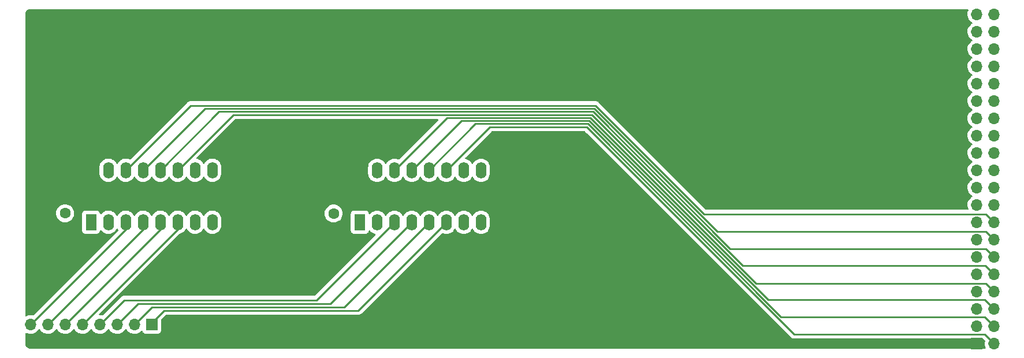
<source format=gbr>
%TF.GenerationSoftware,KiCad,Pcbnew,(6.0.1)*%
%TF.CreationDate,2022-03-28T18:22:40+02:00*%
%TF.ProjectId,InstructionRegister,496e7374-7275-4637-9469-6f6e52656769,rev?*%
%TF.SameCoordinates,Original*%
%TF.FileFunction,Copper,L1,Top*%
%TF.FilePolarity,Positive*%
%FSLAX46Y46*%
G04 Gerber Fmt 4.6, Leading zero omitted, Abs format (unit mm)*
G04 Created by KiCad (PCBNEW (6.0.1)) date 2022-03-28 18:22:40*
%MOMM*%
%LPD*%
G01*
G04 APERTURE LIST*
%TA.AperFunction,ComponentPad*%
%ADD10C,1.600000*%
%TD*%
%TA.AperFunction,ComponentPad*%
%ADD11R,1.600000X2.400000*%
%TD*%
%TA.AperFunction,ComponentPad*%
%ADD12O,1.600000X2.400000*%
%TD*%
%TA.AperFunction,ComponentPad*%
%ADD13R,1.700000X1.700000*%
%TD*%
%TA.AperFunction,ComponentPad*%
%ADD14O,1.700000X1.700000*%
%TD*%
%TA.AperFunction,Conductor*%
%ADD15C,0.250000*%
%TD*%
G04 APERTURE END LIST*
D10*
%TO.P,C2,1*%
%TO.N,/VCC*%
X31750000Y-50840000D03*
%TO.P,C2,2*%
%TO.N,/GND*%
X31750000Y-55840000D03*
%TD*%
%TO.P,C1,1*%
%TO.N,/VCC*%
X71120000Y-50880000D03*
%TO.P,C1,2*%
%TO.N,/GND*%
X71120000Y-55880000D03*
%TD*%
D11*
%TO.P,U1,1,Oe1*%
%TO.N,/GND*%
X74945000Y-57165000D03*
D12*
%TO.P,U1,2,Oe2*%
X77485000Y-57165000D03*
%TO.P,U1,3,Q0*%
%TO.N,/IR_3*%
X80025000Y-57165000D03*
%TO.P,U1,4,Q1*%
%TO.N,/IR_2*%
X82565000Y-57165000D03*
%TO.P,U1,5,Q2*%
%TO.N,/IR_1*%
X85105000Y-57165000D03*
%TO.P,U1,6,Q3*%
%TO.N,/IR_0*%
X87645000Y-57165000D03*
%TO.P,U1,7,Cp*%
%TO.N,/CLK*%
X90185000Y-57165000D03*
%TO.P,U1,8,GND*%
%TO.N,/GND*%
X92725000Y-57165000D03*
%TO.P,U1,9,E1*%
%TO.N,/~{IRIN}*%
X92725000Y-49545000D03*
%TO.P,U1,10,E2*%
X90185000Y-49545000D03*
%TO.P,U1,11,D3*%
%TO.N,/BUS_0*%
X87645000Y-49545000D03*
%TO.P,U1,12,D2*%
%TO.N,/BUS_1*%
X85105000Y-49545000D03*
%TO.P,U1,13,D1*%
%TO.N,/BUS_2*%
X82565000Y-49545000D03*
%TO.P,U1,14,D0*%
%TO.N,/BUS_3*%
X80025000Y-49545000D03*
%TO.P,U1,15,Mr*%
%TO.N,/CLR*%
X77485000Y-49545000D03*
%TO.P,U1,16,VCC*%
%TO.N,/VCC*%
X74945000Y-49545000D03*
%TD*%
D13*
%TO.P,J2,1,Pin_1*%
%TO.N,/IR_0*%
X44450000Y-72160000D03*
D14*
%TO.P,J2,2,Pin_2*%
%TO.N,/IR_1*%
X41910000Y-72160000D03*
%TO.P,J2,3,Pin_3*%
%TO.N,/IR_2*%
X39370000Y-72160000D03*
%TO.P,J2,4,Pin_4*%
%TO.N,/IR_3*%
X36830000Y-72160000D03*
%TO.P,J2,5,Pin_5*%
%TO.N,/IR_4*%
X34290000Y-72160000D03*
%TO.P,J2,6,Pin_6*%
%TO.N,/IR_5*%
X31750000Y-72160000D03*
%TO.P,J2,7,Pin_7*%
%TO.N,/IR_6*%
X29210000Y-72160000D03*
%TO.P,J2,8,Pin_8*%
%TO.N,/IR_7*%
X26670000Y-72160000D03*
%TD*%
D13*
%TO.P,J1,1,Pin_1*%
%TO.N,/VCC*%
X165400000Y-74930000D03*
D14*
%TO.P,J1,2,Pin_2*%
%TO.N,/BUS_0*%
X167940000Y-74930000D03*
%TO.P,J1,3,Pin_3*%
%TO.N,/CLK*%
X165400000Y-72390000D03*
%TO.P,J1,4,Pin_4*%
%TO.N,/BUS_1*%
X167940000Y-72390000D03*
%TO.P,J1,5,Pin_5*%
%TO.N,unconnected-(J1-Pad5)*%
X165400000Y-69850000D03*
%TO.P,J1,6,Pin_6*%
%TO.N,/BUS_2*%
X167940000Y-69850000D03*
%TO.P,J1,7,Pin_7*%
%TO.N,unconnected-(J1-Pad7)*%
X165400000Y-67310000D03*
%TO.P,J1,8,Pin_8*%
%TO.N,/BUS_3*%
X167940000Y-67310000D03*
%TO.P,J1,9,Pin_9*%
%TO.N,unconnected-(J1-Pad9)*%
X165400000Y-64770000D03*
%TO.P,J1,10,Pin_10*%
%TO.N,/BUS_4*%
X167940000Y-64770000D03*
%TO.P,J1,11,Pin_11*%
%TO.N,unconnected-(J1-Pad11)*%
X165400000Y-62230000D03*
%TO.P,J1,12,Pin_12*%
%TO.N,/BUS_5*%
X167940000Y-62230000D03*
%TO.P,J1,13,Pin_13*%
%TO.N,unconnected-(J1-Pad13)*%
X165400000Y-59690000D03*
%TO.P,J1,14,Pin_14*%
%TO.N,/BUS_6*%
X167940000Y-59690000D03*
%TO.P,J1,15,Pin_15*%
%TO.N,unconnected-(J1-Pad15)*%
X165400000Y-57150000D03*
%TO.P,J1,16,Pin_16*%
%TO.N,/BUS_7*%
X167940000Y-57150000D03*
%TO.P,J1,17,Pin_17*%
%TO.N,unconnected-(J1-Pad17)*%
X165400000Y-54610000D03*
%TO.P,J1,18,Pin_18*%
%TO.N,unconnected-(J1-Pad18)*%
X167940000Y-54610000D03*
%TO.P,J1,19,Pin_19*%
%TO.N,unconnected-(J1-Pad19)*%
X165400000Y-52070000D03*
%TO.P,J1,20,Pin_20*%
%TO.N,unconnected-(J1-Pad20)*%
X167940000Y-52070000D03*
%TO.P,J1,21,Pin_21*%
%TO.N,unconnected-(J1-Pad21)*%
X165400000Y-49530000D03*
%TO.P,J1,22,Pin_22*%
%TO.N,unconnected-(J1-Pad22)*%
X167940000Y-49530000D03*
%TO.P,J1,23,Pin_23*%
%TO.N,unconnected-(J1-Pad23)*%
X165400000Y-46990000D03*
%TO.P,J1,24,Pin_24*%
%TO.N,unconnected-(J1-Pad24)*%
X167940000Y-46990000D03*
%TO.P,J1,25,Pin_25*%
%TO.N,unconnected-(J1-Pad25)*%
X165400000Y-44450000D03*
%TO.P,J1,26,Pin_26*%
%TO.N,/~{IRIN}*%
X167940000Y-44450000D03*
%TO.P,J1,27,Pin_27*%
%TO.N,unconnected-(J1-Pad27)*%
X165400000Y-41910000D03*
%TO.P,J1,28,Pin_28*%
%TO.N,unconnected-(J1-Pad28)*%
X167940000Y-41910000D03*
%TO.P,J1,29,Pin_29*%
%TO.N,unconnected-(J1-Pad29)*%
X165400000Y-39370000D03*
%TO.P,J1,30,Pin_30*%
%TO.N,unconnected-(J1-Pad30)*%
X167940000Y-39370000D03*
%TO.P,J1,31,Pin_31*%
%TO.N,unconnected-(J1-Pad31)*%
X165400000Y-36830000D03*
%TO.P,J1,32,Pin_32*%
%TO.N,unconnected-(J1-Pad32)*%
X167940000Y-36830000D03*
%TO.P,J1,33,Pin_33*%
%TO.N,unconnected-(J1-Pad33)*%
X165400000Y-34290000D03*
%TO.P,J1,34,Pin_34*%
%TO.N,unconnected-(J1-Pad34)*%
X167940000Y-34290000D03*
%TO.P,J1,35,Pin_35*%
%TO.N,unconnected-(J1-Pad35)*%
X165400000Y-31750000D03*
%TO.P,J1,36,Pin_36*%
%TO.N,unconnected-(J1-Pad36)*%
X167940000Y-31750000D03*
%TO.P,J1,37,Pin_37*%
%TO.N,/CLR*%
X165400000Y-29210000D03*
%TO.P,J1,38,Pin_38*%
%TO.N,unconnected-(J1-Pad38)*%
X167940000Y-29210000D03*
%TO.P,J1,39,Pin_39*%
%TO.N,/GND*%
X165400000Y-26670000D03*
%TO.P,J1,40,Pin_40*%
%TO.N,unconnected-(J1-Pad40)*%
X167940000Y-26670000D03*
%TD*%
D11*
%TO.P,U2,1,Oe1*%
%TO.N,/GND*%
X35560000Y-57150000D03*
D12*
%TO.P,U2,2,Oe2*%
X38100000Y-57150000D03*
%TO.P,U2,3,Q0*%
%TO.N,/IR_7*%
X40640000Y-57150000D03*
%TO.P,U2,4,Q1*%
%TO.N,/IR_6*%
X43180000Y-57150000D03*
%TO.P,U2,5,Q2*%
%TO.N,/IR_5*%
X45720000Y-57150000D03*
%TO.P,U2,6,Q3*%
%TO.N,/IR_4*%
X48260000Y-57150000D03*
%TO.P,U2,7,Cp*%
%TO.N,/CLK*%
X50800000Y-57150000D03*
%TO.P,U2,8,GND*%
%TO.N,/GND*%
X53340000Y-57150000D03*
%TO.P,U2,9,E1*%
%TO.N,/~{IRIN}*%
X53340000Y-49530000D03*
%TO.P,U2,10,E2*%
X50800000Y-49530000D03*
%TO.P,U2,11,D3*%
%TO.N,/BUS_4*%
X48260000Y-49530000D03*
%TO.P,U2,12,D2*%
%TO.N,/BUS_5*%
X45720000Y-49530000D03*
%TO.P,U2,13,D1*%
%TO.N,/BUS_6*%
X43180000Y-49530000D03*
%TO.P,U2,14,D0*%
%TO.N,/BUS_7*%
X40640000Y-49530000D03*
%TO.P,U2,15,Mr*%
%TO.N,/CLR*%
X38100000Y-49530000D03*
%TO.P,U2,16,VCC*%
%TO.N,/VCC*%
X35560000Y-49530000D03*
%TD*%
D15*
%TO.N,/BUS_0*%
X138588511Y-73564511D02*
X108204000Y-43180000D01*
X108204000Y-43180000D02*
X94010000Y-43180000D01*
X166574511Y-73564511D02*
X138588511Y-73564511D01*
X94010000Y-43180000D02*
X87645000Y-49545000D01*
X167940000Y-74930000D02*
X166574511Y-73564511D01*
%TO.N,/BUS_1*%
X108390194Y-42730490D02*
X91919510Y-42730490D01*
X136684215Y-71024511D02*
X108390194Y-42730490D01*
X167940000Y-72390000D02*
X166574511Y-71024511D01*
X166574511Y-71024511D02*
X136684215Y-71024511D01*
X91919510Y-42730490D02*
X85105000Y-49545000D01*
%TO.N,/BUS_2*%
X166574511Y-68484511D02*
X134779919Y-68484511D01*
X108576387Y-42280979D02*
X89829021Y-42280979D01*
X167940000Y-69850000D02*
X166574511Y-68484511D01*
X134779919Y-68484511D02*
X108576387Y-42280979D01*
X89829021Y-42280979D02*
X82565000Y-49545000D01*
%TO.N,/BUS_3*%
X87738532Y-41831468D02*
X80025000Y-49545000D01*
X166765489Y-66135489D02*
X133066601Y-66135489D01*
X108762580Y-41831468D02*
X87738532Y-41831468D01*
X167940000Y-67310000D02*
X166765489Y-66135489D01*
X133066601Y-66135489D02*
X108762580Y-41831468D01*
%TO.N,/BUS_4*%
X167940000Y-64770000D02*
X166670000Y-63500000D01*
X166670000Y-63500000D02*
X131066816Y-63500000D01*
X108948772Y-41381957D02*
X56408043Y-41381957D01*
X131066816Y-63500000D02*
X108948772Y-41381957D01*
X56408043Y-41381957D02*
X48260000Y-49530000D01*
%TO.N,/BUS_5*%
X54317554Y-40932446D02*
X45720000Y-49530000D01*
X129258009Y-61055489D02*
X109134964Y-40932446D01*
X109134964Y-40932446D02*
X54317554Y-40932446D01*
X166765489Y-61055489D02*
X129258009Y-61055489D01*
X167940000Y-62230000D02*
X166765489Y-61055489D01*
%TO.N,/BUS_6*%
X166765489Y-58515489D02*
X127353713Y-58515489D01*
X127353713Y-58515489D02*
X109321156Y-40482935D01*
X52227065Y-40482935D02*
X43180000Y-49530000D01*
X109321156Y-40482935D02*
X52227065Y-40482935D01*
X167940000Y-59690000D02*
X166765489Y-58515489D01*
%TO.N,/BUS_7*%
X50136576Y-40033424D02*
X40640000Y-49530000D01*
X167940000Y-57150000D02*
X166765489Y-55975489D01*
X109507348Y-40033424D02*
X50136576Y-40033424D01*
X166765489Y-55975489D02*
X125449417Y-55975489D01*
X125449417Y-55975489D02*
X109507348Y-40033424D01*
%TO.N,/IR_0*%
X44450000Y-72160000D02*
X44450000Y-71882000D01*
X46228000Y-70104000D02*
X74706000Y-70104000D01*
X44450000Y-71882000D02*
X46228000Y-70104000D01*
X74706000Y-70104000D02*
X87645000Y-57165000D01*
%TO.N,/IR_1*%
X72674000Y-69596000D02*
X85105000Y-57165000D01*
X41910000Y-72160000D02*
X44474000Y-69596000D01*
X44474000Y-69596000D02*
X72674000Y-69596000D01*
%TO.N,/IR_2*%
X39370000Y-72160000D02*
X42442000Y-69088000D01*
X70642000Y-69088000D02*
X82565000Y-57165000D01*
X42442000Y-69088000D02*
X70642000Y-69088000D01*
%TO.N,/IR_3*%
X68610000Y-68580000D02*
X80025000Y-57165000D01*
X36830000Y-72160000D02*
X40410000Y-68580000D01*
X40410000Y-68580000D02*
X68610000Y-68580000D01*
%TO.N,/IR_4*%
X48260000Y-58190000D02*
X34290000Y-72160000D01*
X48260000Y-57150000D02*
X48260000Y-58190000D01*
%TO.N,/IR_5*%
X45720000Y-58190000D02*
X31750000Y-72160000D01*
X45720000Y-57150000D02*
X45720000Y-58190000D01*
%TO.N,/IR_6*%
X43180000Y-58190000D02*
X29210000Y-72160000D01*
X43180000Y-57150000D02*
X43180000Y-58190000D01*
%TO.N,/IR_7*%
X40640000Y-57150000D02*
X40640000Y-58190000D01*
X40640000Y-58190000D02*
X26670000Y-72160000D01*
%TD*%
%TA.AperFunction,Conductor*%
%TO.N,/VCC*%
G36*
X164126628Y-25928002D02*
G01*
X164173121Y-25981658D01*
X164183225Y-26051932D01*
X164172795Y-26087049D01*
X164120688Y-26199305D01*
X164060989Y-26414570D01*
X164037251Y-26636695D01*
X164037548Y-26641848D01*
X164037548Y-26641851D01*
X164043011Y-26736590D01*
X164050110Y-26859715D01*
X164051247Y-26864761D01*
X164051248Y-26864767D01*
X164071119Y-26952939D01*
X164099222Y-27077639D01*
X164183266Y-27284616D01*
X164234019Y-27367438D01*
X164297291Y-27470688D01*
X164299987Y-27475088D01*
X164446250Y-27643938D01*
X164618126Y-27786632D01*
X164688595Y-27827811D01*
X164691445Y-27829476D01*
X164740169Y-27881114D01*
X164753240Y-27950897D01*
X164726509Y-28016669D01*
X164686055Y-28050027D01*
X164673607Y-28056507D01*
X164669474Y-28059610D01*
X164669471Y-28059612D01*
X164645247Y-28077800D01*
X164494965Y-28190635D01*
X164340629Y-28352138D01*
X164214743Y-28536680D01*
X164120688Y-28739305D01*
X164060989Y-28954570D01*
X164037251Y-29176695D01*
X164037548Y-29181848D01*
X164037548Y-29181851D01*
X164043011Y-29276590D01*
X164050110Y-29399715D01*
X164051247Y-29404761D01*
X164051248Y-29404767D01*
X164071119Y-29492939D01*
X164099222Y-29617639D01*
X164183266Y-29824616D01*
X164234019Y-29907438D01*
X164297291Y-30010688D01*
X164299987Y-30015088D01*
X164446250Y-30183938D01*
X164618126Y-30326632D01*
X164688595Y-30367811D01*
X164691445Y-30369476D01*
X164740169Y-30421114D01*
X164753240Y-30490897D01*
X164726509Y-30556669D01*
X164686055Y-30590027D01*
X164673607Y-30596507D01*
X164669474Y-30599610D01*
X164669471Y-30599612D01*
X164645247Y-30617800D01*
X164494965Y-30730635D01*
X164340629Y-30892138D01*
X164214743Y-31076680D01*
X164120688Y-31279305D01*
X164060989Y-31494570D01*
X164037251Y-31716695D01*
X164037548Y-31721848D01*
X164037548Y-31721851D01*
X164043011Y-31816590D01*
X164050110Y-31939715D01*
X164051247Y-31944761D01*
X164051248Y-31944767D01*
X164071119Y-32032939D01*
X164099222Y-32157639D01*
X164183266Y-32364616D01*
X164234019Y-32447438D01*
X164297291Y-32550688D01*
X164299987Y-32555088D01*
X164446250Y-32723938D01*
X164618126Y-32866632D01*
X164688595Y-32907811D01*
X164691445Y-32909476D01*
X164740169Y-32961114D01*
X164753240Y-33030897D01*
X164726509Y-33096669D01*
X164686055Y-33130027D01*
X164673607Y-33136507D01*
X164669474Y-33139610D01*
X164669471Y-33139612D01*
X164645247Y-33157800D01*
X164494965Y-33270635D01*
X164340629Y-33432138D01*
X164214743Y-33616680D01*
X164120688Y-33819305D01*
X164060989Y-34034570D01*
X164037251Y-34256695D01*
X164037548Y-34261848D01*
X164037548Y-34261851D01*
X164043011Y-34356590D01*
X164050110Y-34479715D01*
X164051247Y-34484761D01*
X164051248Y-34484767D01*
X164071119Y-34572939D01*
X164099222Y-34697639D01*
X164183266Y-34904616D01*
X164234019Y-34987438D01*
X164297291Y-35090688D01*
X164299987Y-35095088D01*
X164446250Y-35263938D01*
X164618126Y-35406632D01*
X164688595Y-35447811D01*
X164691445Y-35449476D01*
X164740169Y-35501114D01*
X164753240Y-35570897D01*
X164726509Y-35636669D01*
X164686055Y-35670027D01*
X164673607Y-35676507D01*
X164669474Y-35679610D01*
X164669471Y-35679612D01*
X164645247Y-35697800D01*
X164494965Y-35810635D01*
X164340629Y-35972138D01*
X164214743Y-36156680D01*
X164120688Y-36359305D01*
X164060989Y-36574570D01*
X164037251Y-36796695D01*
X164037548Y-36801848D01*
X164037548Y-36801851D01*
X164043011Y-36896590D01*
X164050110Y-37019715D01*
X164051247Y-37024761D01*
X164051248Y-37024767D01*
X164071119Y-37112939D01*
X164099222Y-37237639D01*
X164183266Y-37444616D01*
X164234019Y-37527438D01*
X164297291Y-37630688D01*
X164299987Y-37635088D01*
X164446250Y-37803938D01*
X164618126Y-37946632D01*
X164688595Y-37987811D01*
X164691445Y-37989476D01*
X164740169Y-38041114D01*
X164753240Y-38110897D01*
X164726509Y-38176669D01*
X164686055Y-38210027D01*
X164673607Y-38216507D01*
X164669474Y-38219610D01*
X164669471Y-38219612D01*
X164645247Y-38237800D01*
X164494965Y-38350635D01*
X164340629Y-38512138D01*
X164214743Y-38696680D01*
X164120688Y-38899305D01*
X164060989Y-39114570D01*
X164037251Y-39336695D01*
X164037548Y-39341848D01*
X164037548Y-39341851D01*
X164048332Y-39528882D01*
X164050110Y-39559715D01*
X164051247Y-39564761D01*
X164051248Y-39564767D01*
X164066489Y-39632392D01*
X164099222Y-39777639D01*
X164183266Y-39984616D01*
X164234019Y-40067438D01*
X164297291Y-40170688D01*
X164299987Y-40175088D01*
X164446250Y-40343938D01*
X164618126Y-40486632D01*
X164688595Y-40527811D01*
X164691445Y-40529476D01*
X164740169Y-40581114D01*
X164753240Y-40650897D01*
X164726509Y-40716669D01*
X164686055Y-40750027D01*
X164673607Y-40756507D01*
X164669474Y-40759610D01*
X164669471Y-40759612D01*
X164515208Y-40875436D01*
X164494965Y-40890635D01*
X164340629Y-41052138D01*
X164337720Y-41056403D01*
X164337714Y-41056411D01*
X164294805Y-41119314D01*
X164214743Y-41236680D01*
X164120688Y-41439305D01*
X164060989Y-41654570D01*
X164037251Y-41876695D01*
X164037548Y-41881848D01*
X164037548Y-41881851D01*
X164043011Y-41976590D01*
X164050110Y-42099715D01*
X164051247Y-42104761D01*
X164051248Y-42104767D01*
X164063558Y-42159389D01*
X164099222Y-42317639D01*
X164137461Y-42411811D01*
X164167168Y-42484970D01*
X164183266Y-42524616D01*
X164234019Y-42607438D01*
X164297291Y-42710688D01*
X164299987Y-42715088D01*
X164446250Y-42883938D01*
X164618126Y-43026632D01*
X164688595Y-43067811D01*
X164691445Y-43069476D01*
X164740169Y-43121114D01*
X164753240Y-43190897D01*
X164726509Y-43256669D01*
X164686055Y-43290027D01*
X164673607Y-43296507D01*
X164669474Y-43299610D01*
X164669471Y-43299612D01*
X164534575Y-43400895D01*
X164494965Y-43430635D01*
X164491393Y-43434373D01*
X164359394Y-43572502D01*
X164340629Y-43592138D01*
X164214743Y-43776680D01*
X164120688Y-43979305D01*
X164060989Y-44194570D01*
X164037251Y-44416695D01*
X164037548Y-44421848D01*
X164037548Y-44421851D01*
X164043011Y-44516590D01*
X164050110Y-44639715D01*
X164051247Y-44644761D01*
X164051248Y-44644767D01*
X164071119Y-44732939D01*
X164099222Y-44857639D01*
X164183266Y-45064616D01*
X164234019Y-45147438D01*
X164297291Y-45250688D01*
X164299987Y-45255088D01*
X164446250Y-45423938D01*
X164618126Y-45566632D01*
X164688595Y-45607811D01*
X164691445Y-45609476D01*
X164740169Y-45661114D01*
X164753240Y-45730897D01*
X164726509Y-45796669D01*
X164686055Y-45830027D01*
X164673607Y-45836507D01*
X164669474Y-45839610D01*
X164669471Y-45839612D01*
X164645247Y-45857800D01*
X164494965Y-45970635D01*
X164340629Y-46132138D01*
X164214743Y-46316680D01*
X164120688Y-46519305D01*
X164060989Y-46734570D01*
X164037251Y-46956695D01*
X164037548Y-46961848D01*
X164037548Y-46961851D01*
X164043011Y-47056590D01*
X164050110Y-47179715D01*
X164051247Y-47184761D01*
X164051248Y-47184767D01*
X164071119Y-47272939D01*
X164099222Y-47397639D01*
X164183266Y-47604616D01*
X164231841Y-47683883D01*
X164297291Y-47790688D01*
X164299987Y-47795088D01*
X164446250Y-47963938D01*
X164618126Y-48106632D01*
X164642103Y-48120643D01*
X164691445Y-48149476D01*
X164740169Y-48201114D01*
X164753240Y-48270897D01*
X164726509Y-48336669D01*
X164686055Y-48370027D01*
X164673607Y-48376507D01*
X164669474Y-48379610D01*
X164669471Y-48379612D01*
X164499100Y-48507530D01*
X164494965Y-48510635D01*
X164340629Y-48672138D01*
X164337720Y-48676403D01*
X164337714Y-48676411D01*
X164331127Y-48686067D01*
X164214743Y-48856680D01*
X164120688Y-49059305D01*
X164060989Y-49274570D01*
X164037251Y-49496695D01*
X164037548Y-49501848D01*
X164037548Y-49501851D01*
X164043011Y-49596590D01*
X164050110Y-49719715D01*
X164051247Y-49724761D01*
X164051248Y-49724767D01*
X164071119Y-49812939D01*
X164099222Y-49937639D01*
X164183266Y-50144616D01*
X164234019Y-50227438D01*
X164297291Y-50330688D01*
X164299987Y-50335088D01*
X164446250Y-50503938D01*
X164618126Y-50646632D01*
X164688595Y-50687811D01*
X164691445Y-50689476D01*
X164740169Y-50741114D01*
X164753240Y-50810897D01*
X164726509Y-50876669D01*
X164686055Y-50910027D01*
X164673607Y-50916507D01*
X164669474Y-50919610D01*
X164669471Y-50919612D01*
X164623195Y-50954357D01*
X164494965Y-51050635D01*
X164476605Y-51069848D01*
X164385000Y-51165707D01*
X164340629Y-51212138D01*
X164214743Y-51396680D01*
X164120688Y-51599305D01*
X164060989Y-51814570D01*
X164037251Y-52036695D01*
X164037548Y-52041848D01*
X164037548Y-52041851D01*
X164043011Y-52136590D01*
X164050110Y-52259715D01*
X164051247Y-52264761D01*
X164051248Y-52264767D01*
X164071119Y-52352939D01*
X164099222Y-52477639D01*
X164183266Y-52684616D01*
X164234019Y-52767438D01*
X164297291Y-52870688D01*
X164299987Y-52875088D01*
X164446250Y-53043938D01*
X164618126Y-53186632D01*
X164688595Y-53227811D01*
X164691445Y-53229476D01*
X164740169Y-53281114D01*
X164753240Y-53350897D01*
X164726509Y-53416669D01*
X164686055Y-53450027D01*
X164673607Y-53456507D01*
X164669474Y-53459610D01*
X164669471Y-53459612D01*
X164645247Y-53477800D01*
X164494965Y-53590635D01*
X164340629Y-53752138D01*
X164214743Y-53936680D01*
X164120688Y-54139305D01*
X164060989Y-54354570D01*
X164037251Y-54576695D01*
X164037548Y-54581848D01*
X164037548Y-54581851D01*
X164043011Y-54676590D01*
X164050110Y-54799715D01*
X164051247Y-54804761D01*
X164051248Y-54804767D01*
X164066806Y-54873802D01*
X164099222Y-55017639D01*
X164131723Y-55097680D01*
X164160514Y-55168585D01*
X164167610Y-55239226D01*
X164135388Y-55302490D01*
X164074078Y-55338290D01*
X164043771Y-55341989D01*
X125764012Y-55341989D01*
X125695891Y-55321987D01*
X125674917Y-55305084D01*
X110011000Y-39641171D01*
X110003460Y-39632885D01*
X109999348Y-39626406D01*
X109949696Y-39579780D01*
X109946855Y-39577026D01*
X109927118Y-39557289D01*
X109923921Y-39554809D01*
X109914899Y-39547104D01*
X109910745Y-39543203D01*
X109882669Y-39516838D01*
X109875723Y-39513019D01*
X109875720Y-39513017D01*
X109864914Y-39507076D01*
X109848395Y-39496225D01*
X109847931Y-39495865D01*
X109832389Y-39483810D01*
X109825120Y-39480665D01*
X109825116Y-39480662D01*
X109791811Y-39466250D01*
X109781161Y-39461033D01*
X109742408Y-39439729D01*
X109730183Y-39436590D01*
X109728002Y-39436030D01*
X109722785Y-39434691D01*
X109704082Y-39428287D01*
X109692768Y-39423391D01*
X109692767Y-39423391D01*
X109685493Y-39420243D01*
X109677670Y-39419004D01*
X109677660Y-39419001D01*
X109641824Y-39413325D01*
X109630204Y-39410919D01*
X109595059Y-39401896D01*
X109595058Y-39401896D01*
X109587378Y-39399924D01*
X109567124Y-39399924D01*
X109547413Y-39398373D01*
X109535234Y-39396444D01*
X109527405Y-39395204D01*
X109498134Y-39397971D01*
X109483387Y-39399365D01*
X109471529Y-39399924D01*
X50215344Y-39399924D01*
X50204161Y-39399397D01*
X50196668Y-39397722D01*
X50188742Y-39397971D01*
X50188741Y-39397971D01*
X50128578Y-39399862D01*
X50124620Y-39399924D01*
X50096720Y-39399924D01*
X50092730Y-39400428D01*
X50080896Y-39401360D01*
X50036687Y-39402750D01*
X50029071Y-39404963D01*
X50029069Y-39404963D01*
X50017228Y-39408403D01*
X49997869Y-39412412D01*
X49996559Y-39412578D01*
X49977779Y-39414950D01*
X49970413Y-39417866D01*
X49970407Y-39417868D01*
X49936674Y-39431224D01*
X49925444Y-39435069D01*
X49909404Y-39439729D01*
X49882983Y-39447405D01*
X49876160Y-39451440D01*
X49865542Y-39457719D01*
X49847789Y-39466416D01*
X49840144Y-39469443D01*
X49828959Y-39473872D01*
X49815281Y-39483810D01*
X49793188Y-39499861D01*
X49783271Y-39506375D01*
X49745214Y-39528882D01*
X49730893Y-39543203D01*
X49715860Y-39556043D01*
X49699469Y-39567952D01*
X49690793Y-39578440D01*
X49671278Y-39602029D01*
X49663288Y-39610808D01*
X41348815Y-47925280D01*
X41286503Y-47959306D01*
X41215688Y-47954241D01*
X41206483Y-47950386D01*
X41089243Y-47895716D01*
X41083935Y-47894294D01*
X41083933Y-47894293D01*
X40873402Y-47837881D01*
X40873400Y-47837881D01*
X40868087Y-47836457D01*
X40640000Y-47816502D01*
X40411913Y-47836457D01*
X40406600Y-47837881D01*
X40406598Y-47837881D01*
X40196067Y-47894293D01*
X40196065Y-47894294D01*
X40190757Y-47895716D01*
X40185776Y-47898039D01*
X40185775Y-47898039D01*
X39988238Y-47990151D01*
X39988233Y-47990154D01*
X39983251Y-47992477D01*
X39933192Y-48027529D01*
X39800211Y-48120643D01*
X39800208Y-48120645D01*
X39795700Y-48123802D01*
X39633802Y-48285700D01*
X39630645Y-48290208D01*
X39630643Y-48290211D01*
X39623299Y-48300700D01*
X39502477Y-48473251D01*
X39500154Y-48478233D01*
X39500151Y-48478238D01*
X39484195Y-48512457D01*
X39437278Y-48565742D01*
X39369001Y-48585203D01*
X39301041Y-48564661D01*
X39255805Y-48512457D01*
X39239849Y-48478238D01*
X39239846Y-48478233D01*
X39237523Y-48473251D01*
X39116701Y-48300700D01*
X39109357Y-48290211D01*
X39109355Y-48290208D01*
X39106198Y-48285700D01*
X38944300Y-48123802D01*
X38939792Y-48120645D01*
X38939789Y-48120643D01*
X38806808Y-48027529D01*
X38756749Y-47992477D01*
X38751767Y-47990154D01*
X38751762Y-47990151D01*
X38554225Y-47898039D01*
X38554224Y-47898039D01*
X38549243Y-47895716D01*
X38543935Y-47894294D01*
X38543933Y-47894293D01*
X38333402Y-47837881D01*
X38333400Y-47837881D01*
X38328087Y-47836457D01*
X38100000Y-47816502D01*
X37871913Y-47836457D01*
X37866600Y-47837881D01*
X37866598Y-47837881D01*
X37656067Y-47894293D01*
X37656065Y-47894294D01*
X37650757Y-47895716D01*
X37645776Y-47898039D01*
X37645775Y-47898039D01*
X37448238Y-47990151D01*
X37448233Y-47990154D01*
X37443251Y-47992477D01*
X37393192Y-48027529D01*
X37260211Y-48120643D01*
X37260208Y-48120645D01*
X37255700Y-48123802D01*
X37093802Y-48285700D01*
X37090645Y-48290208D01*
X37090643Y-48290211D01*
X37083299Y-48300700D01*
X36962477Y-48473251D01*
X36960154Y-48478233D01*
X36960151Y-48478238D01*
X36871478Y-48668401D01*
X36865716Y-48680757D01*
X36864294Y-48686065D01*
X36864293Y-48686067D01*
X36819955Y-48851538D01*
X36806457Y-48901913D01*
X36791500Y-49072873D01*
X36791500Y-49987127D01*
X36791738Y-49989844D01*
X36791738Y-49989851D01*
X36794173Y-50017680D01*
X36806457Y-50158087D01*
X36807881Y-50163400D01*
X36807881Y-50163402D01*
X36853885Y-50335088D01*
X36865716Y-50379243D01*
X36868039Y-50384224D01*
X36868039Y-50384225D01*
X36960151Y-50581762D01*
X36960154Y-50581767D01*
X36962477Y-50586749D01*
X37004408Y-50646632D01*
X37041013Y-50698909D01*
X37093802Y-50774300D01*
X37255700Y-50936198D01*
X37260208Y-50939355D01*
X37260211Y-50939357D01*
X37338389Y-50994098D01*
X37443251Y-51067523D01*
X37448233Y-51069846D01*
X37448238Y-51069849D01*
X37645775Y-51161961D01*
X37650757Y-51164284D01*
X37656065Y-51165706D01*
X37656067Y-51165707D01*
X37866598Y-51222119D01*
X37866600Y-51222119D01*
X37871913Y-51223543D01*
X38100000Y-51243498D01*
X38328087Y-51223543D01*
X38333400Y-51222119D01*
X38333402Y-51222119D01*
X38543933Y-51165707D01*
X38543935Y-51165706D01*
X38549243Y-51164284D01*
X38554225Y-51161961D01*
X38751762Y-51069849D01*
X38751767Y-51069846D01*
X38756749Y-51067523D01*
X38861611Y-50994098D01*
X38939789Y-50939357D01*
X38939792Y-50939355D01*
X38944300Y-50936198D01*
X39106198Y-50774300D01*
X39158988Y-50698909D01*
X39195592Y-50646632D01*
X39237523Y-50586749D01*
X39239846Y-50581767D01*
X39239849Y-50581762D01*
X39255805Y-50547543D01*
X39302722Y-50494258D01*
X39370999Y-50474797D01*
X39438959Y-50495339D01*
X39484195Y-50547543D01*
X39500151Y-50581762D01*
X39500154Y-50581767D01*
X39502477Y-50586749D01*
X39544408Y-50646632D01*
X39581013Y-50698909D01*
X39633802Y-50774300D01*
X39795700Y-50936198D01*
X39800208Y-50939355D01*
X39800211Y-50939357D01*
X39878389Y-50994098D01*
X39983251Y-51067523D01*
X39988233Y-51069846D01*
X39988238Y-51069849D01*
X40185775Y-51161961D01*
X40190757Y-51164284D01*
X40196065Y-51165706D01*
X40196067Y-51165707D01*
X40406598Y-51222119D01*
X40406600Y-51222119D01*
X40411913Y-51223543D01*
X40640000Y-51243498D01*
X40868087Y-51223543D01*
X40873400Y-51222119D01*
X40873402Y-51222119D01*
X41083933Y-51165707D01*
X41083935Y-51165706D01*
X41089243Y-51164284D01*
X41094225Y-51161961D01*
X41291762Y-51069849D01*
X41291767Y-51069846D01*
X41296749Y-51067523D01*
X41401611Y-50994098D01*
X41479789Y-50939357D01*
X41479792Y-50939355D01*
X41484300Y-50936198D01*
X41646198Y-50774300D01*
X41698988Y-50698909D01*
X41735592Y-50646632D01*
X41777523Y-50586749D01*
X41779846Y-50581767D01*
X41779849Y-50581762D01*
X41795805Y-50547543D01*
X41842722Y-50494258D01*
X41910999Y-50474797D01*
X41978959Y-50495339D01*
X42024195Y-50547543D01*
X42040151Y-50581762D01*
X42040154Y-50581767D01*
X42042477Y-50586749D01*
X42084408Y-50646632D01*
X42121013Y-50698909D01*
X42173802Y-50774300D01*
X42335700Y-50936198D01*
X42340208Y-50939355D01*
X42340211Y-50939357D01*
X42418389Y-50994098D01*
X42523251Y-51067523D01*
X42528233Y-51069846D01*
X42528238Y-51069849D01*
X42725775Y-51161961D01*
X42730757Y-51164284D01*
X42736065Y-51165706D01*
X42736067Y-51165707D01*
X42946598Y-51222119D01*
X42946600Y-51222119D01*
X42951913Y-51223543D01*
X43180000Y-51243498D01*
X43408087Y-51223543D01*
X43413400Y-51222119D01*
X43413402Y-51222119D01*
X43623933Y-51165707D01*
X43623935Y-51165706D01*
X43629243Y-51164284D01*
X43634225Y-51161961D01*
X43831762Y-51069849D01*
X43831767Y-51069846D01*
X43836749Y-51067523D01*
X43941611Y-50994098D01*
X44019789Y-50939357D01*
X44019792Y-50939355D01*
X44024300Y-50936198D01*
X44186198Y-50774300D01*
X44238988Y-50698909D01*
X44275592Y-50646632D01*
X44317523Y-50586749D01*
X44319846Y-50581767D01*
X44319849Y-50581762D01*
X44335805Y-50547543D01*
X44382722Y-50494258D01*
X44450999Y-50474797D01*
X44518959Y-50495339D01*
X44564195Y-50547543D01*
X44580151Y-50581762D01*
X44580154Y-50581767D01*
X44582477Y-50586749D01*
X44624408Y-50646632D01*
X44661013Y-50698909D01*
X44713802Y-50774300D01*
X44875700Y-50936198D01*
X44880208Y-50939355D01*
X44880211Y-50939357D01*
X44958389Y-50994098D01*
X45063251Y-51067523D01*
X45068233Y-51069846D01*
X45068238Y-51069849D01*
X45265775Y-51161961D01*
X45270757Y-51164284D01*
X45276065Y-51165706D01*
X45276067Y-51165707D01*
X45486598Y-51222119D01*
X45486600Y-51222119D01*
X45491913Y-51223543D01*
X45720000Y-51243498D01*
X45948087Y-51223543D01*
X45953400Y-51222119D01*
X45953402Y-51222119D01*
X46163933Y-51165707D01*
X46163935Y-51165706D01*
X46169243Y-51164284D01*
X46174225Y-51161961D01*
X46371762Y-51069849D01*
X46371767Y-51069846D01*
X46376749Y-51067523D01*
X46481611Y-50994098D01*
X46559789Y-50939357D01*
X46559792Y-50939355D01*
X46564300Y-50936198D01*
X46726198Y-50774300D01*
X46778988Y-50698909D01*
X46815592Y-50646632D01*
X46857523Y-50586749D01*
X46859846Y-50581767D01*
X46859849Y-50581762D01*
X46875805Y-50547543D01*
X46922722Y-50494258D01*
X46990999Y-50474797D01*
X47058959Y-50495339D01*
X47104195Y-50547543D01*
X47120151Y-50581762D01*
X47120154Y-50581767D01*
X47122477Y-50586749D01*
X47164408Y-50646632D01*
X47201013Y-50698909D01*
X47253802Y-50774300D01*
X47415700Y-50936198D01*
X47420208Y-50939355D01*
X47420211Y-50939357D01*
X47498389Y-50994098D01*
X47603251Y-51067523D01*
X47608233Y-51069846D01*
X47608238Y-51069849D01*
X47805775Y-51161961D01*
X47810757Y-51164284D01*
X47816065Y-51165706D01*
X47816067Y-51165707D01*
X48026598Y-51222119D01*
X48026600Y-51222119D01*
X48031913Y-51223543D01*
X48260000Y-51243498D01*
X48488087Y-51223543D01*
X48493400Y-51222119D01*
X48493402Y-51222119D01*
X48703933Y-51165707D01*
X48703935Y-51165706D01*
X48709243Y-51164284D01*
X48714225Y-51161961D01*
X48911762Y-51069849D01*
X48911767Y-51069846D01*
X48916749Y-51067523D01*
X49021611Y-50994098D01*
X49099789Y-50939357D01*
X49099792Y-50939355D01*
X49104300Y-50936198D01*
X49266198Y-50774300D01*
X49318988Y-50698909D01*
X49355592Y-50646632D01*
X49397523Y-50586749D01*
X49399846Y-50581767D01*
X49399849Y-50581762D01*
X49415805Y-50547543D01*
X49462722Y-50494258D01*
X49530999Y-50474797D01*
X49598959Y-50495339D01*
X49644195Y-50547543D01*
X49660151Y-50581762D01*
X49660154Y-50581767D01*
X49662477Y-50586749D01*
X49704408Y-50646632D01*
X49741013Y-50698909D01*
X49793802Y-50774300D01*
X49955700Y-50936198D01*
X49960208Y-50939355D01*
X49960211Y-50939357D01*
X50038389Y-50994098D01*
X50143251Y-51067523D01*
X50148233Y-51069846D01*
X50148238Y-51069849D01*
X50345775Y-51161961D01*
X50350757Y-51164284D01*
X50356065Y-51165706D01*
X50356067Y-51165707D01*
X50566598Y-51222119D01*
X50566600Y-51222119D01*
X50571913Y-51223543D01*
X50800000Y-51243498D01*
X51028087Y-51223543D01*
X51033400Y-51222119D01*
X51033402Y-51222119D01*
X51243933Y-51165707D01*
X51243935Y-51165706D01*
X51249243Y-51164284D01*
X51254225Y-51161961D01*
X51451762Y-51069849D01*
X51451767Y-51069846D01*
X51456749Y-51067523D01*
X51561611Y-50994098D01*
X51639789Y-50939357D01*
X51639792Y-50939355D01*
X51644300Y-50936198D01*
X51806198Y-50774300D01*
X51858988Y-50698909D01*
X51895592Y-50646632D01*
X51937523Y-50586749D01*
X51939846Y-50581767D01*
X51939849Y-50581762D01*
X51955805Y-50547543D01*
X52002722Y-50494258D01*
X52070999Y-50474797D01*
X52138959Y-50495339D01*
X52184195Y-50547543D01*
X52200151Y-50581762D01*
X52200154Y-50581767D01*
X52202477Y-50586749D01*
X52244408Y-50646632D01*
X52281013Y-50698909D01*
X52333802Y-50774300D01*
X52495700Y-50936198D01*
X52500208Y-50939355D01*
X52500211Y-50939357D01*
X52578389Y-50994098D01*
X52683251Y-51067523D01*
X52688233Y-51069846D01*
X52688238Y-51069849D01*
X52885775Y-51161961D01*
X52890757Y-51164284D01*
X52896065Y-51165706D01*
X52896067Y-51165707D01*
X53106598Y-51222119D01*
X53106600Y-51222119D01*
X53111913Y-51223543D01*
X53340000Y-51243498D01*
X53568087Y-51223543D01*
X53573400Y-51222119D01*
X53573402Y-51222119D01*
X53783933Y-51165707D01*
X53783935Y-51165706D01*
X53789243Y-51164284D01*
X53794225Y-51161961D01*
X53991762Y-51069849D01*
X53991767Y-51069846D01*
X53996749Y-51067523D01*
X54101611Y-50994098D01*
X54179789Y-50939357D01*
X54179792Y-50939355D01*
X54184300Y-50936198D01*
X54346198Y-50774300D01*
X54398988Y-50698909D01*
X54435592Y-50646632D01*
X54477523Y-50586749D01*
X54479846Y-50581767D01*
X54479849Y-50581762D01*
X54571961Y-50384225D01*
X54571961Y-50384224D01*
X54574284Y-50379243D01*
X54586116Y-50335088D01*
X54632119Y-50163402D01*
X54632119Y-50163400D01*
X54633543Y-50158087D01*
X54645827Y-50017680D01*
X54648262Y-49989851D01*
X54648262Y-49989844D01*
X54648500Y-49987127D01*
X54648500Y-49072873D01*
X54633543Y-48901913D01*
X54620045Y-48851538D01*
X54575707Y-48686067D01*
X54575706Y-48686065D01*
X54574284Y-48680757D01*
X54568522Y-48668401D01*
X54479849Y-48478238D01*
X54479846Y-48478233D01*
X54477523Y-48473251D01*
X54356701Y-48300700D01*
X54349357Y-48290211D01*
X54349355Y-48290208D01*
X54346198Y-48285700D01*
X54184300Y-48123802D01*
X54179792Y-48120645D01*
X54179789Y-48120643D01*
X54046808Y-48027529D01*
X53996749Y-47992477D01*
X53991767Y-47990154D01*
X53991762Y-47990151D01*
X53794225Y-47898039D01*
X53794224Y-47898039D01*
X53789243Y-47895716D01*
X53783935Y-47894294D01*
X53783933Y-47894293D01*
X53573402Y-47837881D01*
X53573400Y-47837881D01*
X53568087Y-47836457D01*
X53340000Y-47816502D01*
X53111913Y-47836457D01*
X53106600Y-47837881D01*
X53106598Y-47837881D01*
X52896067Y-47894293D01*
X52896065Y-47894294D01*
X52890757Y-47895716D01*
X52885776Y-47898039D01*
X52885775Y-47898039D01*
X52688238Y-47990151D01*
X52688233Y-47990154D01*
X52683251Y-47992477D01*
X52633192Y-48027529D01*
X52500211Y-48120643D01*
X52500208Y-48120645D01*
X52495700Y-48123802D01*
X52333802Y-48285700D01*
X52330645Y-48290208D01*
X52330643Y-48290211D01*
X52323299Y-48300700D01*
X52202477Y-48473251D01*
X52200154Y-48478233D01*
X52200151Y-48478238D01*
X52184195Y-48512457D01*
X52137278Y-48565742D01*
X52069001Y-48585203D01*
X52001041Y-48564661D01*
X51955805Y-48512457D01*
X51939849Y-48478238D01*
X51939846Y-48478233D01*
X51937523Y-48473251D01*
X51816701Y-48300700D01*
X51809357Y-48290211D01*
X51809355Y-48290208D01*
X51806198Y-48285700D01*
X51644300Y-48123802D01*
X51639792Y-48120645D01*
X51639789Y-48120643D01*
X51506808Y-48027529D01*
X51456749Y-47992477D01*
X51451767Y-47990154D01*
X51451762Y-47990151D01*
X51254225Y-47898039D01*
X51254224Y-47898039D01*
X51249243Y-47895716D01*
X51097999Y-47855190D01*
X51037377Y-47818238D01*
X51006355Y-47754377D01*
X51014784Y-47683883D01*
X51041516Y-47644388D01*
X53823480Y-44862425D01*
X56633543Y-42052362D01*
X56695855Y-42018336D01*
X56722638Y-42015457D01*
X86354449Y-42015457D01*
X86422570Y-42035459D01*
X86469063Y-42089115D01*
X86479167Y-42159389D01*
X86449673Y-42223969D01*
X86443544Y-42230551D01*
X80733815Y-47940280D01*
X80671503Y-47974306D01*
X80600688Y-47969241D01*
X80591483Y-47965386D01*
X80474243Y-47910716D01*
X80468935Y-47909294D01*
X80468933Y-47909293D01*
X80258402Y-47852881D01*
X80258400Y-47852881D01*
X80253087Y-47851457D01*
X80025000Y-47831502D01*
X79796913Y-47851457D01*
X79791600Y-47852881D01*
X79791598Y-47852881D01*
X79581067Y-47909293D01*
X79581065Y-47909294D01*
X79575757Y-47910716D01*
X79570776Y-47913039D01*
X79570775Y-47913039D01*
X79373238Y-48005151D01*
X79373233Y-48005154D01*
X79368251Y-48007477D01*
X79263389Y-48080902D01*
X79185211Y-48135643D01*
X79185208Y-48135645D01*
X79180700Y-48138802D01*
X79018802Y-48300700D01*
X78887477Y-48488251D01*
X78885154Y-48493233D01*
X78885151Y-48493238D01*
X78869195Y-48527457D01*
X78822278Y-48580742D01*
X78754001Y-48600203D01*
X78686041Y-48579661D01*
X78640805Y-48527457D01*
X78624849Y-48493238D01*
X78624846Y-48493233D01*
X78622523Y-48488251D01*
X78491198Y-48300700D01*
X78329300Y-48138802D01*
X78324792Y-48135645D01*
X78324789Y-48135643D01*
X78246611Y-48080902D01*
X78141749Y-48007477D01*
X78136767Y-48005154D01*
X78136762Y-48005151D01*
X77939225Y-47913039D01*
X77939224Y-47913039D01*
X77934243Y-47910716D01*
X77928935Y-47909294D01*
X77928933Y-47909293D01*
X77718402Y-47852881D01*
X77718400Y-47852881D01*
X77713087Y-47851457D01*
X77485000Y-47831502D01*
X77256913Y-47851457D01*
X77251600Y-47852881D01*
X77251598Y-47852881D01*
X77041067Y-47909293D01*
X77041065Y-47909294D01*
X77035757Y-47910716D01*
X77030776Y-47913039D01*
X77030775Y-47913039D01*
X76833238Y-48005151D01*
X76833233Y-48005154D01*
X76828251Y-48007477D01*
X76723389Y-48080902D01*
X76645211Y-48135643D01*
X76645208Y-48135645D01*
X76640700Y-48138802D01*
X76478802Y-48300700D01*
X76347477Y-48488251D01*
X76345154Y-48493233D01*
X76345151Y-48493238D01*
X76255234Y-48686067D01*
X76250716Y-48695757D01*
X76249294Y-48701065D01*
X76249293Y-48701067D01*
X76206338Y-48861375D01*
X76191457Y-48916913D01*
X76190978Y-48922393D01*
X76177573Y-49075613D01*
X76176500Y-49087873D01*
X76176500Y-50002127D01*
X76176738Y-50004844D01*
X76176738Y-50004851D01*
X76179097Y-50031811D01*
X76191457Y-50173087D01*
X76192881Y-50178400D01*
X76192881Y-50178402D01*
X76248032Y-50384225D01*
X76250716Y-50394243D01*
X76253039Y-50399224D01*
X76253039Y-50399225D01*
X76345151Y-50596762D01*
X76345154Y-50596767D01*
X76347477Y-50601749D01*
X76378905Y-50646632D01*
X76471028Y-50778197D01*
X76478802Y-50789300D01*
X76640700Y-50951198D01*
X76645208Y-50954355D01*
X76645211Y-50954357D01*
X76723389Y-51009098D01*
X76828251Y-51082523D01*
X76833233Y-51084846D01*
X76833238Y-51084849D01*
X77030775Y-51176961D01*
X77035757Y-51179284D01*
X77041065Y-51180706D01*
X77041067Y-51180707D01*
X77251598Y-51237119D01*
X77251600Y-51237119D01*
X77256913Y-51238543D01*
X77485000Y-51258498D01*
X77713087Y-51238543D01*
X77718400Y-51237119D01*
X77718402Y-51237119D01*
X77928933Y-51180707D01*
X77928935Y-51180706D01*
X77934243Y-51179284D01*
X77939225Y-51176961D01*
X78136762Y-51084849D01*
X78136767Y-51084846D01*
X78141749Y-51082523D01*
X78246611Y-51009098D01*
X78324789Y-50954357D01*
X78324792Y-50954355D01*
X78329300Y-50951198D01*
X78491198Y-50789300D01*
X78498973Y-50778197D01*
X78591095Y-50646632D01*
X78622523Y-50601749D01*
X78624846Y-50596767D01*
X78624849Y-50596762D01*
X78640805Y-50562543D01*
X78687722Y-50509258D01*
X78755999Y-50489797D01*
X78823959Y-50510339D01*
X78869195Y-50562543D01*
X78885151Y-50596762D01*
X78885154Y-50596767D01*
X78887477Y-50601749D01*
X78918905Y-50646632D01*
X79011028Y-50778197D01*
X79018802Y-50789300D01*
X79180700Y-50951198D01*
X79185208Y-50954355D01*
X79185211Y-50954357D01*
X79263389Y-51009098D01*
X79368251Y-51082523D01*
X79373233Y-51084846D01*
X79373238Y-51084849D01*
X79570775Y-51176961D01*
X79575757Y-51179284D01*
X79581065Y-51180706D01*
X79581067Y-51180707D01*
X79791598Y-51237119D01*
X79791600Y-51237119D01*
X79796913Y-51238543D01*
X80025000Y-51258498D01*
X80253087Y-51238543D01*
X80258400Y-51237119D01*
X80258402Y-51237119D01*
X80468933Y-51180707D01*
X80468935Y-51180706D01*
X80474243Y-51179284D01*
X80479225Y-51176961D01*
X80676762Y-51084849D01*
X80676767Y-51084846D01*
X80681749Y-51082523D01*
X80786611Y-51009098D01*
X80864789Y-50954357D01*
X80864792Y-50954355D01*
X80869300Y-50951198D01*
X81031198Y-50789300D01*
X81038973Y-50778197D01*
X81131095Y-50646632D01*
X81162523Y-50601749D01*
X81164846Y-50596767D01*
X81164849Y-50596762D01*
X81180805Y-50562543D01*
X81227722Y-50509258D01*
X81295999Y-50489797D01*
X81363959Y-50510339D01*
X81409195Y-50562543D01*
X81425151Y-50596762D01*
X81425154Y-50596767D01*
X81427477Y-50601749D01*
X81458905Y-50646632D01*
X81551028Y-50778197D01*
X81558802Y-50789300D01*
X81720700Y-50951198D01*
X81725208Y-50954355D01*
X81725211Y-50954357D01*
X81803389Y-51009098D01*
X81908251Y-51082523D01*
X81913233Y-51084846D01*
X81913238Y-51084849D01*
X82110775Y-51176961D01*
X82115757Y-51179284D01*
X82121065Y-51180706D01*
X82121067Y-51180707D01*
X82331598Y-51237119D01*
X82331600Y-51237119D01*
X82336913Y-51238543D01*
X82565000Y-51258498D01*
X82793087Y-51238543D01*
X82798400Y-51237119D01*
X82798402Y-51237119D01*
X83008933Y-51180707D01*
X83008935Y-51180706D01*
X83014243Y-51179284D01*
X83019225Y-51176961D01*
X83216762Y-51084849D01*
X83216767Y-51084846D01*
X83221749Y-51082523D01*
X83326611Y-51009098D01*
X83404789Y-50954357D01*
X83404792Y-50954355D01*
X83409300Y-50951198D01*
X83571198Y-50789300D01*
X83578973Y-50778197D01*
X83671095Y-50646632D01*
X83702523Y-50601749D01*
X83704846Y-50596767D01*
X83704849Y-50596762D01*
X83720805Y-50562543D01*
X83767722Y-50509258D01*
X83835999Y-50489797D01*
X83903959Y-50510339D01*
X83949195Y-50562543D01*
X83965151Y-50596762D01*
X83965154Y-50596767D01*
X83967477Y-50601749D01*
X83998905Y-50646632D01*
X84091028Y-50778197D01*
X84098802Y-50789300D01*
X84260700Y-50951198D01*
X84265208Y-50954355D01*
X84265211Y-50954357D01*
X84343389Y-51009098D01*
X84448251Y-51082523D01*
X84453233Y-51084846D01*
X84453238Y-51084849D01*
X84650775Y-51176961D01*
X84655757Y-51179284D01*
X84661065Y-51180706D01*
X84661067Y-51180707D01*
X84871598Y-51237119D01*
X84871600Y-51237119D01*
X84876913Y-51238543D01*
X85105000Y-51258498D01*
X85333087Y-51238543D01*
X85338400Y-51237119D01*
X85338402Y-51237119D01*
X85548933Y-51180707D01*
X85548935Y-51180706D01*
X85554243Y-51179284D01*
X85559225Y-51176961D01*
X85756762Y-51084849D01*
X85756767Y-51084846D01*
X85761749Y-51082523D01*
X85866611Y-51009098D01*
X85944789Y-50954357D01*
X85944792Y-50954355D01*
X85949300Y-50951198D01*
X86111198Y-50789300D01*
X86118973Y-50778197D01*
X86211095Y-50646632D01*
X86242523Y-50601749D01*
X86244846Y-50596767D01*
X86244849Y-50596762D01*
X86260805Y-50562543D01*
X86307722Y-50509258D01*
X86375999Y-50489797D01*
X86443959Y-50510339D01*
X86489195Y-50562543D01*
X86505151Y-50596762D01*
X86505154Y-50596767D01*
X86507477Y-50601749D01*
X86538905Y-50646632D01*
X86631028Y-50778197D01*
X86638802Y-50789300D01*
X86800700Y-50951198D01*
X86805208Y-50954355D01*
X86805211Y-50954357D01*
X86883389Y-51009098D01*
X86988251Y-51082523D01*
X86993233Y-51084846D01*
X86993238Y-51084849D01*
X87190775Y-51176961D01*
X87195757Y-51179284D01*
X87201065Y-51180706D01*
X87201067Y-51180707D01*
X87411598Y-51237119D01*
X87411600Y-51237119D01*
X87416913Y-51238543D01*
X87645000Y-51258498D01*
X87873087Y-51238543D01*
X87878400Y-51237119D01*
X87878402Y-51237119D01*
X88088933Y-51180707D01*
X88088935Y-51180706D01*
X88094243Y-51179284D01*
X88099225Y-51176961D01*
X88296762Y-51084849D01*
X88296767Y-51084846D01*
X88301749Y-51082523D01*
X88406611Y-51009098D01*
X88484789Y-50954357D01*
X88484792Y-50954355D01*
X88489300Y-50951198D01*
X88651198Y-50789300D01*
X88658973Y-50778197D01*
X88751095Y-50646632D01*
X88782523Y-50601749D01*
X88784846Y-50596767D01*
X88784849Y-50596762D01*
X88800805Y-50562543D01*
X88847722Y-50509258D01*
X88915999Y-50489797D01*
X88983959Y-50510339D01*
X89029195Y-50562543D01*
X89045151Y-50596762D01*
X89045154Y-50596767D01*
X89047477Y-50601749D01*
X89078905Y-50646632D01*
X89171028Y-50778197D01*
X89178802Y-50789300D01*
X89340700Y-50951198D01*
X89345208Y-50954355D01*
X89345211Y-50954357D01*
X89423389Y-51009098D01*
X89528251Y-51082523D01*
X89533233Y-51084846D01*
X89533238Y-51084849D01*
X89730775Y-51176961D01*
X89735757Y-51179284D01*
X89741065Y-51180706D01*
X89741067Y-51180707D01*
X89951598Y-51237119D01*
X89951600Y-51237119D01*
X89956913Y-51238543D01*
X90185000Y-51258498D01*
X90413087Y-51238543D01*
X90418400Y-51237119D01*
X90418402Y-51237119D01*
X90628933Y-51180707D01*
X90628935Y-51180706D01*
X90634243Y-51179284D01*
X90639225Y-51176961D01*
X90836762Y-51084849D01*
X90836767Y-51084846D01*
X90841749Y-51082523D01*
X90946611Y-51009098D01*
X91024789Y-50954357D01*
X91024792Y-50954355D01*
X91029300Y-50951198D01*
X91191198Y-50789300D01*
X91198973Y-50778197D01*
X91291095Y-50646632D01*
X91322523Y-50601749D01*
X91324846Y-50596767D01*
X91324849Y-50596762D01*
X91340805Y-50562543D01*
X91387722Y-50509258D01*
X91455999Y-50489797D01*
X91523959Y-50510339D01*
X91569195Y-50562543D01*
X91585151Y-50596762D01*
X91585154Y-50596767D01*
X91587477Y-50601749D01*
X91618905Y-50646632D01*
X91711028Y-50778197D01*
X91718802Y-50789300D01*
X91880700Y-50951198D01*
X91885208Y-50954355D01*
X91885211Y-50954357D01*
X91963389Y-51009098D01*
X92068251Y-51082523D01*
X92073233Y-51084846D01*
X92073238Y-51084849D01*
X92270775Y-51176961D01*
X92275757Y-51179284D01*
X92281065Y-51180706D01*
X92281067Y-51180707D01*
X92491598Y-51237119D01*
X92491600Y-51237119D01*
X92496913Y-51238543D01*
X92725000Y-51258498D01*
X92953087Y-51238543D01*
X92958400Y-51237119D01*
X92958402Y-51237119D01*
X93168933Y-51180707D01*
X93168935Y-51180706D01*
X93174243Y-51179284D01*
X93179225Y-51176961D01*
X93376762Y-51084849D01*
X93376767Y-51084846D01*
X93381749Y-51082523D01*
X93486611Y-51009098D01*
X93564789Y-50954357D01*
X93564792Y-50954355D01*
X93569300Y-50951198D01*
X93731198Y-50789300D01*
X93738973Y-50778197D01*
X93831095Y-50646632D01*
X93862523Y-50601749D01*
X93864846Y-50596767D01*
X93864849Y-50596762D01*
X93956961Y-50399225D01*
X93956961Y-50399224D01*
X93959284Y-50394243D01*
X93961969Y-50384225D01*
X94017119Y-50178402D01*
X94017119Y-50178400D01*
X94018543Y-50173087D01*
X94030903Y-50031811D01*
X94033262Y-50004851D01*
X94033262Y-50004844D01*
X94033500Y-50002127D01*
X94033500Y-49087873D01*
X94032428Y-49075613D01*
X94019022Y-48922393D01*
X94018543Y-48916913D01*
X94003662Y-48861375D01*
X93960707Y-48701067D01*
X93960706Y-48701065D01*
X93959284Y-48695757D01*
X93954766Y-48686067D01*
X93864849Y-48493238D01*
X93864846Y-48493233D01*
X93862523Y-48488251D01*
X93731198Y-48300700D01*
X93569300Y-48138802D01*
X93564792Y-48135645D01*
X93564789Y-48135643D01*
X93486611Y-48080902D01*
X93381749Y-48007477D01*
X93376767Y-48005154D01*
X93376762Y-48005151D01*
X93179225Y-47913039D01*
X93179224Y-47913039D01*
X93174243Y-47910716D01*
X93168935Y-47909294D01*
X93168933Y-47909293D01*
X92958402Y-47852881D01*
X92958400Y-47852881D01*
X92953087Y-47851457D01*
X92725000Y-47831502D01*
X92496913Y-47851457D01*
X92491600Y-47852881D01*
X92491598Y-47852881D01*
X92281067Y-47909293D01*
X92281065Y-47909294D01*
X92275757Y-47910716D01*
X92270776Y-47913039D01*
X92270775Y-47913039D01*
X92073238Y-48005151D01*
X92073233Y-48005154D01*
X92068251Y-48007477D01*
X91963389Y-48080902D01*
X91885211Y-48135643D01*
X91885208Y-48135645D01*
X91880700Y-48138802D01*
X91718802Y-48300700D01*
X91587477Y-48488251D01*
X91585154Y-48493233D01*
X91585151Y-48493238D01*
X91569195Y-48527457D01*
X91522278Y-48580742D01*
X91454001Y-48600203D01*
X91386041Y-48579661D01*
X91340805Y-48527457D01*
X91324849Y-48493238D01*
X91324846Y-48493233D01*
X91322523Y-48488251D01*
X91191198Y-48300700D01*
X91029300Y-48138802D01*
X91024792Y-48135645D01*
X91024789Y-48135643D01*
X90946611Y-48080902D01*
X90841749Y-48007477D01*
X90836767Y-48005154D01*
X90836762Y-48005151D01*
X90639225Y-47913039D01*
X90639224Y-47913039D01*
X90634243Y-47910716D01*
X90482999Y-47870190D01*
X90422377Y-47833238D01*
X90391355Y-47769377D01*
X90399784Y-47698883D01*
X90426516Y-47659388D01*
X94235499Y-43850405D01*
X94297811Y-43816379D01*
X94324594Y-43813500D01*
X107889406Y-43813500D01*
X107957527Y-43833502D01*
X107978501Y-43850405D01*
X138084854Y-73956758D01*
X138092398Y-73965048D01*
X138096511Y-73971529D01*
X138102288Y-73976954D01*
X138146178Y-74018169D01*
X138149020Y-74020924D01*
X138168742Y-74040646D01*
X138171866Y-74043069D01*
X138171870Y-74043073D01*
X138171935Y-74043123D01*
X138180956Y-74050828D01*
X138213190Y-74081097D01*
X138220138Y-74084916D01*
X138220140Y-74084918D01*
X138230943Y-74090857D01*
X138247470Y-74101713D01*
X138257209Y-74109268D01*
X138257211Y-74109269D01*
X138263471Y-74114125D01*
X138304051Y-74131685D01*
X138314699Y-74136902D01*
X138353451Y-74158206D01*
X138361127Y-74160177D01*
X138361130Y-74160178D01*
X138373073Y-74163244D01*
X138391778Y-74169648D01*
X138410366Y-74177692D01*
X138418189Y-74178931D01*
X138418199Y-74178934D01*
X138454035Y-74184610D01*
X138465655Y-74187016D01*
X138500800Y-74196039D01*
X138508481Y-74198011D01*
X138528735Y-74198011D01*
X138548445Y-74199562D01*
X138568454Y-74202731D01*
X138576346Y-74201985D01*
X138612472Y-74198570D01*
X138624330Y-74198011D01*
X166259917Y-74198011D01*
X166328038Y-74218013D01*
X166349012Y-74234916D01*
X166589778Y-74475682D01*
X166623804Y-74537994D01*
X166622100Y-74598448D01*
X166600989Y-74674570D01*
X166600441Y-74679700D01*
X166600440Y-74679704D01*
X166596933Y-74712522D01*
X166577251Y-74896695D01*
X166577548Y-74901848D01*
X166577548Y-74901851D01*
X166583011Y-74996590D01*
X166590110Y-75119715D01*
X166591247Y-75124761D01*
X166591248Y-75124767D01*
X166604526Y-75183682D01*
X166639222Y-75337639D01*
X166682488Y-75444190D01*
X166712700Y-75518596D01*
X166719796Y-75589237D01*
X166687574Y-75652501D01*
X166626264Y-75688301D01*
X166595957Y-75692000D01*
X26719328Y-75692000D01*
X26699943Y-75690500D01*
X26685142Y-75688195D01*
X26685139Y-75688195D01*
X26676270Y-75686814D01*
X26665272Y-75688252D01*
X26636589Y-75688709D01*
X26533693Y-75678575D01*
X26509469Y-75673756D01*
X26390267Y-75637596D01*
X26367447Y-75628144D01*
X26257600Y-75569430D01*
X26237062Y-75555707D01*
X26140777Y-75476688D01*
X26123312Y-75459223D01*
X26044293Y-75362938D01*
X26030570Y-75342400D01*
X25971856Y-75232553D01*
X25962404Y-75209733D01*
X25926244Y-75090531D01*
X25921425Y-75066305D01*
X25911956Y-74970163D01*
X25912408Y-74954124D01*
X25911695Y-74954115D01*
X25911805Y-74945142D01*
X25913186Y-74936270D01*
X25911928Y-74926646D01*
X25909064Y-74904749D01*
X25908000Y-74888411D01*
X25908000Y-73506065D01*
X25928002Y-73437944D01*
X25981658Y-73391451D01*
X26051932Y-73381347D01*
X26080713Y-73390089D01*
X26081000Y-73389338D01*
X26289692Y-73469030D01*
X26294760Y-73470061D01*
X26294763Y-73470062D01*
X26402017Y-73491883D01*
X26508597Y-73513567D01*
X26513772Y-73513757D01*
X26513774Y-73513757D01*
X26726673Y-73521564D01*
X26726677Y-73521564D01*
X26731837Y-73521753D01*
X26736957Y-73521097D01*
X26736959Y-73521097D01*
X26948288Y-73494025D01*
X26948289Y-73494025D01*
X26953416Y-73493368D01*
X26958366Y-73491883D01*
X27162429Y-73430661D01*
X27162434Y-73430659D01*
X27167384Y-73429174D01*
X27367994Y-73330896D01*
X27549860Y-73201173D01*
X27708096Y-73043489D01*
X27813752Y-72896453D01*
X27838453Y-72862077D01*
X27839776Y-72863028D01*
X27886645Y-72819857D01*
X27956580Y-72807625D01*
X28022026Y-72835144D01*
X28049875Y-72866994D01*
X28109987Y-72965088D01*
X28256250Y-73133938D01*
X28428126Y-73276632D01*
X28621000Y-73389338D01*
X28829692Y-73469030D01*
X28834760Y-73470061D01*
X28834763Y-73470062D01*
X28942017Y-73491883D01*
X29048597Y-73513567D01*
X29053772Y-73513757D01*
X29053774Y-73513757D01*
X29266673Y-73521564D01*
X29266677Y-73521564D01*
X29271837Y-73521753D01*
X29276957Y-73521097D01*
X29276959Y-73521097D01*
X29488288Y-73494025D01*
X29488289Y-73494025D01*
X29493416Y-73493368D01*
X29498366Y-73491883D01*
X29702429Y-73430661D01*
X29702434Y-73430659D01*
X29707384Y-73429174D01*
X29907994Y-73330896D01*
X30089860Y-73201173D01*
X30248096Y-73043489D01*
X30353752Y-72896453D01*
X30378453Y-72862077D01*
X30379776Y-72863028D01*
X30426645Y-72819857D01*
X30496580Y-72807625D01*
X30562026Y-72835144D01*
X30589875Y-72866994D01*
X30649987Y-72965088D01*
X30796250Y-73133938D01*
X30968126Y-73276632D01*
X31161000Y-73389338D01*
X31369692Y-73469030D01*
X31374760Y-73470061D01*
X31374763Y-73470062D01*
X31482017Y-73491883D01*
X31588597Y-73513567D01*
X31593772Y-73513757D01*
X31593774Y-73513757D01*
X31806673Y-73521564D01*
X31806677Y-73521564D01*
X31811837Y-73521753D01*
X31816957Y-73521097D01*
X31816959Y-73521097D01*
X32028288Y-73494025D01*
X32028289Y-73494025D01*
X32033416Y-73493368D01*
X32038366Y-73491883D01*
X32242429Y-73430661D01*
X32242434Y-73430659D01*
X32247384Y-73429174D01*
X32447994Y-73330896D01*
X32629860Y-73201173D01*
X32788096Y-73043489D01*
X32893752Y-72896453D01*
X32918453Y-72862077D01*
X32919776Y-72863028D01*
X32966645Y-72819857D01*
X33036580Y-72807625D01*
X33102026Y-72835144D01*
X33129875Y-72866994D01*
X33189987Y-72965088D01*
X33336250Y-73133938D01*
X33508126Y-73276632D01*
X33701000Y-73389338D01*
X33909692Y-73469030D01*
X33914760Y-73470061D01*
X33914763Y-73470062D01*
X34022017Y-73491883D01*
X34128597Y-73513567D01*
X34133772Y-73513757D01*
X34133774Y-73513757D01*
X34346673Y-73521564D01*
X34346677Y-73521564D01*
X34351837Y-73521753D01*
X34356957Y-73521097D01*
X34356959Y-73521097D01*
X34568288Y-73494025D01*
X34568289Y-73494025D01*
X34573416Y-73493368D01*
X34578366Y-73491883D01*
X34782429Y-73430661D01*
X34782434Y-73430659D01*
X34787384Y-73429174D01*
X34987994Y-73330896D01*
X35169860Y-73201173D01*
X35328096Y-73043489D01*
X35433752Y-72896453D01*
X35458453Y-72862077D01*
X35459776Y-72863028D01*
X35506645Y-72819857D01*
X35576580Y-72807625D01*
X35642026Y-72835144D01*
X35669875Y-72866994D01*
X35729987Y-72965088D01*
X35876250Y-73133938D01*
X36048126Y-73276632D01*
X36241000Y-73389338D01*
X36449692Y-73469030D01*
X36454760Y-73470061D01*
X36454763Y-73470062D01*
X36562017Y-73491883D01*
X36668597Y-73513567D01*
X36673772Y-73513757D01*
X36673774Y-73513757D01*
X36886673Y-73521564D01*
X36886677Y-73521564D01*
X36891837Y-73521753D01*
X36896957Y-73521097D01*
X36896959Y-73521097D01*
X37108288Y-73494025D01*
X37108289Y-73494025D01*
X37113416Y-73493368D01*
X37118366Y-73491883D01*
X37322429Y-73430661D01*
X37322434Y-73430659D01*
X37327384Y-73429174D01*
X37527994Y-73330896D01*
X37709860Y-73201173D01*
X37868096Y-73043489D01*
X37973752Y-72896453D01*
X37998453Y-72862077D01*
X37999776Y-72863028D01*
X38046645Y-72819857D01*
X38116580Y-72807625D01*
X38182026Y-72835144D01*
X38209875Y-72866994D01*
X38269987Y-72965088D01*
X38416250Y-73133938D01*
X38588126Y-73276632D01*
X38781000Y-73389338D01*
X38989692Y-73469030D01*
X38994760Y-73470061D01*
X38994763Y-73470062D01*
X39102017Y-73491883D01*
X39208597Y-73513567D01*
X39213772Y-73513757D01*
X39213774Y-73513757D01*
X39426673Y-73521564D01*
X39426677Y-73521564D01*
X39431837Y-73521753D01*
X39436957Y-73521097D01*
X39436959Y-73521097D01*
X39648288Y-73494025D01*
X39648289Y-73494025D01*
X39653416Y-73493368D01*
X39658366Y-73491883D01*
X39862429Y-73430661D01*
X39862434Y-73430659D01*
X39867384Y-73429174D01*
X40067994Y-73330896D01*
X40249860Y-73201173D01*
X40408096Y-73043489D01*
X40513752Y-72896453D01*
X40538453Y-72862077D01*
X40539776Y-72863028D01*
X40586645Y-72819857D01*
X40656580Y-72807625D01*
X40722026Y-72835144D01*
X40749875Y-72866994D01*
X40809987Y-72965088D01*
X40956250Y-73133938D01*
X41128126Y-73276632D01*
X41321000Y-73389338D01*
X41529692Y-73469030D01*
X41534760Y-73470061D01*
X41534763Y-73470062D01*
X41642017Y-73491883D01*
X41748597Y-73513567D01*
X41753772Y-73513757D01*
X41753774Y-73513757D01*
X41966673Y-73521564D01*
X41966677Y-73521564D01*
X41971837Y-73521753D01*
X41976957Y-73521097D01*
X41976959Y-73521097D01*
X42188288Y-73494025D01*
X42188289Y-73494025D01*
X42193416Y-73493368D01*
X42198366Y-73491883D01*
X42402429Y-73430661D01*
X42402434Y-73430659D01*
X42407384Y-73429174D01*
X42607994Y-73330896D01*
X42789860Y-73201173D01*
X42898091Y-73093319D01*
X42960462Y-73059404D01*
X43031268Y-73064592D01*
X43088030Y-73107238D01*
X43105012Y-73138341D01*
X43149385Y-73256705D01*
X43236739Y-73373261D01*
X43353295Y-73460615D01*
X43489684Y-73511745D01*
X43551866Y-73518500D01*
X45348134Y-73518500D01*
X45410316Y-73511745D01*
X45546705Y-73460615D01*
X45663261Y-73373261D01*
X45750615Y-73256705D01*
X45801745Y-73120316D01*
X45808500Y-73058134D01*
X45808500Y-71471594D01*
X45828502Y-71403473D01*
X45845405Y-71382499D01*
X46453499Y-70774405D01*
X46515811Y-70740379D01*
X46542594Y-70737500D01*
X74627233Y-70737500D01*
X74638416Y-70738027D01*
X74645909Y-70739702D01*
X74653835Y-70739453D01*
X74653836Y-70739453D01*
X74713986Y-70737562D01*
X74717945Y-70737500D01*
X74745856Y-70737500D01*
X74749791Y-70737003D01*
X74749856Y-70736995D01*
X74761693Y-70736062D01*
X74793951Y-70735048D01*
X74797970Y-70734922D01*
X74805889Y-70734673D01*
X74825343Y-70729021D01*
X74844700Y-70725013D01*
X74856930Y-70723468D01*
X74856931Y-70723468D01*
X74864797Y-70722474D01*
X74872168Y-70719555D01*
X74872170Y-70719555D01*
X74905912Y-70706196D01*
X74917142Y-70702351D01*
X74951983Y-70692229D01*
X74951984Y-70692229D01*
X74959593Y-70690018D01*
X74966412Y-70685985D01*
X74966417Y-70685983D01*
X74977028Y-70679707D01*
X74994776Y-70671012D01*
X75013617Y-70663552D01*
X75021854Y-70657568D01*
X75049387Y-70637564D01*
X75059307Y-70631048D01*
X75090535Y-70612580D01*
X75090538Y-70612578D01*
X75097362Y-70608542D01*
X75111683Y-70594221D01*
X75126717Y-70581380D01*
X75136694Y-70574131D01*
X75143107Y-70569472D01*
X75171298Y-70535395D01*
X75179288Y-70526616D01*
X86936184Y-58769720D01*
X86998496Y-58735694D01*
X87069311Y-58740759D01*
X87078528Y-58744620D01*
X87190768Y-58796958D01*
X87190772Y-58796959D01*
X87195757Y-58799284D01*
X87201079Y-58800710D01*
X87411598Y-58857119D01*
X87411600Y-58857119D01*
X87416913Y-58858543D01*
X87645000Y-58878498D01*
X87873087Y-58858543D01*
X87878400Y-58857119D01*
X87878402Y-58857119D01*
X88088933Y-58800707D01*
X88088935Y-58800706D01*
X88094243Y-58799284D01*
X88102939Y-58795229D01*
X88296762Y-58704849D01*
X88296767Y-58704846D01*
X88301749Y-58702523D01*
X88443458Y-58603297D01*
X88484789Y-58574357D01*
X88484792Y-58574355D01*
X88489300Y-58571198D01*
X88651198Y-58409300D01*
X88658973Y-58398197D01*
X88779366Y-58226257D01*
X88782523Y-58221749D01*
X88784846Y-58216767D01*
X88784849Y-58216762D01*
X88800805Y-58182543D01*
X88847722Y-58129258D01*
X88915999Y-58109797D01*
X88983959Y-58130339D01*
X89029195Y-58182543D01*
X89045151Y-58216762D01*
X89045154Y-58216767D01*
X89047477Y-58221749D01*
X89050634Y-58226257D01*
X89171028Y-58398197D01*
X89178802Y-58409300D01*
X89340700Y-58571198D01*
X89345208Y-58574355D01*
X89345211Y-58574357D01*
X89386542Y-58603297D01*
X89528251Y-58702523D01*
X89533233Y-58704846D01*
X89533238Y-58704849D01*
X89727061Y-58795229D01*
X89735757Y-58799284D01*
X89741065Y-58800706D01*
X89741067Y-58800707D01*
X89951598Y-58857119D01*
X89951600Y-58857119D01*
X89956913Y-58858543D01*
X90185000Y-58878498D01*
X90413087Y-58858543D01*
X90418400Y-58857119D01*
X90418402Y-58857119D01*
X90628933Y-58800707D01*
X90628935Y-58800706D01*
X90634243Y-58799284D01*
X90642939Y-58795229D01*
X90836762Y-58704849D01*
X90836767Y-58704846D01*
X90841749Y-58702523D01*
X90983458Y-58603297D01*
X91024789Y-58574357D01*
X91024792Y-58574355D01*
X91029300Y-58571198D01*
X91191198Y-58409300D01*
X91198973Y-58398197D01*
X91319366Y-58226257D01*
X91322523Y-58221749D01*
X91324846Y-58216767D01*
X91324849Y-58216762D01*
X91340805Y-58182543D01*
X91387722Y-58129258D01*
X91455999Y-58109797D01*
X91523959Y-58130339D01*
X91569195Y-58182543D01*
X91585151Y-58216762D01*
X91585154Y-58216767D01*
X91587477Y-58221749D01*
X91590634Y-58226257D01*
X91711028Y-58398197D01*
X91718802Y-58409300D01*
X91880700Y-58571198D01*
X91885208Y-58574355D01*
X91885211Y-58574357D01*
X91926542Y-58603297D01*
X92068251Y-58702523D01*
X92073233Y-58704846D01*
X92073238Y-58704849D01*
X92267061Y-58795229D01*
X92275757Y-58799284D01*
X92281065Y-58800706D01*
X92281067Y-58800707D01*
X92491598Y-58857119D01*
X92491600Y-58857119D01*
X92496913Y-58858543D01*
X92725000Y-58878498D01*
X92953087Y-58858543D01*
X92958400Y-58857119D01*
X92958402Y-58857119D01*
X93168933Y-58800707D01*
X93168935Y-58800706D01*
X93174243Y-58799284D01*
X93182939Y-58795229D01*
X93376762Y-58704849D01*
X93376767Y-58704846D01*
X93381749Y-58702523D01*
X93523458Y-58603297D01*
X93564789Y-58574357D01*
X93564792Y-58574355D01*
X93569300Y-58571198D01*
X93731198Y-58409300D01*
X93738973Y-58398197D01*
X93859366Y-58226257D01*
X93862523Y-58221749D01*
X93864846Y-58216767D01*
X93864849Y-58216762D01*
X93956961Y-58019225D01*
X93956961Y-58019224D01*
X93959284Y-58014243D01*
X93961969Y-58004225D01*
X94017119Y-57798402D01*
X94017119Y-57798400D01*
X94018543Y-57793087D01*
X94030903Y-57651811D01*
X94033262Y-57624851D01*
X94033262Y-57624844D01*
X94033500Y-57622127D01*
X94033500Y-56707873D01*
X94032428Y-56695613D01*
X94019022Y-56542393D01*
X94018543Y-56536913D01*
X93959284Y-56315757D01*
X93954766Y-56306067D01*
X93864849Y-56113238D01*
X93864846Y-56113233D01*
X93862523Y-56108251D01*
X93731198Y-55920700D01*
X93569300Y-55758802D01*
X93564792Y-55755645D01*
X93564789Y-55755643D01*
X93424473Y-55657393D01*
X93381749Y-55627477D01*
X93376767Y-55625154D01*
X93376762Y-55625151D01*
X93179225Y-55533039D01*
X93179224Y-55533039D01*
X93174243Y-55530716D01*
X93168935Y-55529294D01*
X93168933Y-55529293D01*
X92958402Y-55472881D01*
X92958400Y-55472881D01*
X92953087Y-55471457D01*
X92725000Y-55451502D01*
X92496913Y-55471457D01*
X92491600Y-55472881D01*
X92491598Y-55472881D01*
X92281067Y-55529293D01*
X92281065Y-55529294D01*
X92275757Y-55530716D01*
X92270776Y-55533039D01*
X92270775Y-55533039D01*
X92073238Y-55625151D01*
X92073233Y-55625154D01*
X92068251Y-55627477D01*
X92025527Y-55657393D01*
X91885211Y-55755643D01*
X91885208Y-55755645D01*
X91880700Y-55758802D01*
X91718802Y-55920700D01*
X91587477Y-56108251D01*
X91585154Y-56113233D01*
X91585151Y-56113238D01*
X91569195Y-56147457D01*
X91522278Y-56200742D01*
X91454001Y-56220203D01*
X91386041Y-56199661D01*
X91340805Y-56147457D01*
X91324849Y-56113238D01*
X91324846Y-56113233D01*
X91322523Y-56108251D01*
X91191198Y-55920700D01*
X91029300Y-55758802D01*
X91024792Y-55755645D01*
X91024789Y-55755643D01*
X90884473Y-55657393D01*
X90841749Y-55627477D01*
X90836767Y-55625154D01*
X90836762Y-55625151D01*
X90639225Y-55533039D01*
X90639224Y-55533039D01*
X90634243Y-55530716D01*
X90628935Y-55529294D01*
X90628933Y-55529293D01*
X90418402Y-55472881D01*
X90418400Y-55472881D01*
X90413087Y-55471457D01*
X90185000Y-55451502D01*
X89956913Y-55471457D01*
X89951600Y-55472881D01*
X89951598Y-55472881D01*
X89741067Y-55529293D01*
X89741065Y-55529294D01*
X89735757Y-55530716D01*
X89730776Y-55533039D01*
X89730775Y-55533039D01*
X89533238Y-55625151D01*
X89533233Y-55625154D01*
X89528251Y-55627477D01*
X89485527Y-55657393D01*
X89345211Y-55755643D01*
X89345208Y-55755645D01*
X89340700Y-55758802D01*
X89178802Y-55920700D01*
X89047477Y-56108251D01*
X89045154Y-56113233D01*
X89045151Y-56113238D01*
X89029195Y-56147457D01*
X88982278Y-56200742D01*
X88914001Y-56220203D01*
X88846041Y-56199661D01*
X88800805Y-56147457D01*
X88784849Y-56113238D01*
X88784846Y-56113233D01*
X88782523Y-56108251D01*
X88651198Y-55920700D01*
X88489300Y-55758802D01*
X88484792Y-55755645D01*
X88484789Y-55755643D01*
X88344473Y-55657393D01*
X88301749Y-55627477D01*
X88296767Y-55625154D01*
X88296762Y-55625151D01*
X88099225Y-55533039D01*
X88099224Y-55533039D01*
X88094243Y-55530716D01*
X88088935Y-55529294D01*
X88088933Y-55529293D01*
X87878402Y-55472881D01*
X87878400Y-55472881D01*
X87873087Y-55471457D01*
X87645000Y-55451502D01*
X87416913Y-55471457D01*
X87411600Y-55472881D01*
X87411598Y-55472881D01*
X87201067Y-55529293D01*
X87201065Y-55529294D01*
X87195757Y-55530716D01*
X87190776Y-55533039D01*
X87190775Y-55533039D01*
X86993238Y-55625151D01*
X86993233Y-55625154D01*
X86988251Y-55627477D01*
X86945527Y-55657393D01*
X86805211Y-55755643D01*
X86805208Y-55755645D01*
X86800700Y-55758802D01*
X86638802Y-55920700D01*
X86507477Y-56108251D01*
X86505154Y-56113233D01*
X86505151Y-56113238D01*
X86489195Y-56147457D01*
X86442278Y-56200742D01*
X86374001Y-56220203D01*
X86306041Y-56199661D01*
X86260805Y-56147457D01*
X86244849Y-56113238D01*
X86244846Y-56113233D01*
X86242523Y-56108251D01*
X86111198Y-55920700D01*
X85949300Y-55758802D01*
X85944792Y-55755645D01*
X85944789Y-55755643D01*
X85804473Y-55657393D01*
X85761749Y-55627477D01*
X85756767Y-55625154D01*
X85756762Y-55625151D01*
X85559225Y-55533039D01*
X85559224Y-55533039D01*
X85554243Y-55530716D01*
X85548935Y-55529294D01*
X85548933Y-55529293D01*
X85338402Y-55472881D01*
X85338400Y-55472881D01*
X85333087Y-55471457D01*
X85105000Y-55451502D01*
X84876913Y-55471457D01*
X84871600Y-55472881D01*
X84871598Y-55472881D01*
X84661067Y-55529293D01*
X84661065Y-55529294D01*
X84655757Y-55530716D01*
X84650776Y-55533039D01*
X84650775Y-55533039D01*
X84453238Y-55625151D01*
X84453233Y-55625154D01*
X84448251Y-55627477D01*
X84405527Y-55657393D01*
X84265211Y-55755643D01*
X84265208Y-55755645D01*
X84260700Y-55758802D01*
X84098802Y-55920700D01*
X83967477Y-56108251D01*
X83965154Y-56113233D01*
X83965151Y-56113238D01*
X83949195Y-56147457D01*
X83902278Y-56200742D01*
X83834001Y-56220203D01*
X83766041Y-56199661D01*
X83720805Y-56147457D01*
X83704849Y-56113238D01*
X83704846Y-56113233D01*
X83702523Y-56108251D01*
X83571198Y-55920700D01*
X83409300Y-55758802D01*
X83404792Y-55755645D01*
X83404789Y-55755643D01*
X83264473Y-55657393D01*
X83221749Y-55627477D01*
X83216767Y-55625154D01*
X83216762Y-55625151D01*
X83019225Y-55533039D01*
X83019224Y-55533039D01*
X83014243Y-55530716D01*
X83008935Y-55529294D01*
X83008933Y-55529293D01*
X82798402Y-55472881D01*
X82798400Y-55472881D01*
X82793087Y-55471457D01*
X82565000Y-55451502D01*
X82336913Y-55471457D01*
X82331600Y-55472881D01*
X82331598Y-55472881D01*
X82121067Y-55529293D01*
X82121065Y-55529294D01*
X82115757Y-55530716D01*
X82110776Y-55533039D01*
X82110775Y-55533039D01*
X81913238Y-55625151D01*
X81913233Y-55625154D01*
X81908251Y-55627477D01*
X81865527Y-55657393D01*
X81725211Y-55755643D01*
X81725208Y-55755645D01*
X81720700Y-55758802D01*
X81558802Y-55920700D01*
X81427477Y-56108251D01*
X81425154Y-56113233D01*
X81425151Y-56113238D01*
X81409195Y-56147457D01*
X81362278Y-56200742D01*
X81294001Y-56220203D01*
X81226041Y-56199661D01*
X81180805Y-56147457D01*
X81164849Y-56113238D01*
X81164846Y-56113233D01*
X81162523Y-56108251D01*
X81031198Y-55920700D01*
X80869300Y-55758802D01*
X80864792Y-55755645D01*
X80864789Y-55755643D01*
X80724473Y-55657393D01*
X80681749Y-55627477D01*
X80676767Y-55625154D01*
X80676762Y-55625151D01*
X80479225Y-55533039D01*
X80479224Y-55533039D01*
X80474243Y-55530716D01*
X80468935Y-55529294D01*
X80468933Y-55529293D01*
X80258402Y-55472881D01*
X80258400Y-55472881D01*
X80253087Y-55471457D01*
X80025000Y-55451502D01*
X79796913Y-55471457D01*
X79791600Y-55472881D01*
X79791598Y-55472881D01*
X79581067Y-55529293D01*
X79581065Y-55529294D01*
X79575757Y-55530716D01*
X79570776Y-55533039D01*
X79570775Y-55533039D01*
X79373238Y-55625151D01*
X79373233Y-55625154D01*
X79368251Y-55627477D01*
X79325527Y-55657393D01*
X79185211Y-55755643D01*
X79185208Y-55755645D01*
X79180700Y-55758802D01*
X79018802Y-55920700D01*
X78887477Y-56108251D01*
X78885154Y-56113233D01*
X78885151Y-56113238D01*
X78869195Y-56147457D01*
X78822278Y-56200742D01*
X78754001Y-56220203D01*
X78686041Y-56199661D01*
X78640805Y-56147457D01*
X78624849Y-56113238D01*
X78624846Y-56113233D01*
X78622523Y-56108251D01*
X78491198Y-55920700D01*
X78329300Y-55758802D01*
X78324792Y-55755645D01*
X78324789Y-55755643D01*
X78184473Y-55657393D01*
X78141749Y-55627477D01*
X78136767Y-55625154D01*
X78136762Y-55625151D01*
X77939225Y-55533039D01*
X77939224Y-55533039D01*
X77934243Y-55530716D01*
X77928935Y-55529294D01*
X77928933Y-55529293D01*
X77718402Y-55472881D01*
X77718400Y-55472881D01*
X77713087Y-55471457D01*
X77485000Y-55451502D01*
X77256913Y-55471457D01*
X77251600Y-55472881D01*
X77251598Y-55472881D01*
X77041067Y-55529293D01*
X77041065Y-55529294D01*
X77035757Y-55530716D01*
X77030776Y-55533039D01*
X77030775Y-55533039D01*
X76833238Y-55625151D01*
X76833233Y-55625154D01*
X76828251Y-55627477D01*
X76785527Y-55657393D01*
X76645211Y-55755643D01*
X76645208Y-55755645D01*
X76640700Y-55758802D01*
X76478802Y-55920700D01*
X76475643Y-55925211D01*
X76472108Y-55929424D01*
X76470974Y-55928473D01*
X76420929Y-55968471D01*
X76350310Y-55975776D01*
X76286951Y-55943742D01*
X76250970Y-55882538D01*
X76247918Y-55865483D01*
X76246745Y-55854684D01*
X76195615Y-55718295D01*
X76108261Y-55601739D01*
X75991705Y-55514385D01*
X75855316Y-55463255D01*
X75793134Y-55456500D01*
X74096866Y-55456500D01*
X74034684Y-55463255D01*
X73898295Y-55514385D01*
X73781739Y-55601739D01*
X73694385Y-55718295D01*
X73643255Y-55854684D01*
X73636500Y-55916866D01*
X73636500Y-58413134D01*
X73643255Y-58475316D01*
X73694385Y-58611705D01*
X73781739Y-58728261D01*
X73898295Y-58815615D01*
X74034684Y-58866745D01*
X74096866Y-58873500D01*
X75793134Y-58873500D01*
X75855316Y-58866745D01*
X75991705Y-58815615D01*
X76108261Y-58728261D01*
X76195615Y-58611705D01*
X76246745Y-58475316D01*
X76247917Y-58464526D01*
X76248803Y-58462394D01*
X76249425Y-58459778D01*
X76249848Y-58459879D01*
X76275155Y-58398965D01*
X76333517Y-58358537D01*
X76404471Y-58356078D01*
X76465490Y-58392371D01*
X76472489Y-58401031D01*
X76475643Y-58404789D01*
X76478802Y-58409300D01*
X76640700Y-58571198D01*
X76645208Y-58574355D01*
X76645211Y-58574357D01*
X76686542Y-58603297D01*
X76828251Y-58702523D01*
X76833233Y-58704846D01*
X76833238Y-58704849D01*
X77027061Y-58795229D01*
X77035757Y-58799284D01*
X77041064Y-58800706D01*
X77187001Y-58839810D01*
X77247623Y-58876762D01*
X77278645Y-58940623D01*
X77270216Y-59011117D01*
X77243484Y-59050612D01*
X72802174Y-63491921D01*
X68384500Y-67909595D01*
X68322188Y-67943621D01*
X68295405Y-67946500D01*
X40488768Y-67946500D01*
X40477585Y-67945973D01*
X40470092Y-67944298D01*
X40462166Y-67944547D01*
X40462165Y-67944547D01*
X40402002Y-67946438D01*
X40398044Y-67946500D01*
X40370144Y-67946500D01*
X40366154Y-67947004D01*
X40354320Y-67947936D01*
X40310111Y-67949326D01*
X40302495Y-67951539D01*
X40302493Y-67951539D01*
X40290652Y-67954979D01*
X40271293Y-67958988D01*
X40269983Y-67959154D01*
X40251203Y-67961526D01*
X40243837Y-67964442D01*
X40243831Y-67964444D01*
X40210098Y-67977800D01*
X40198868Y-67981645D01*
X40164017Y-67991770D01*
X40156407Y-67993981D01*
X40149584Y-67998016D01*
X40138966Y-68004295D01*
X40121213Y-68012992D01*
X40113568Y-68016019D01*
X40102383Y-68020448D01*
X40095968Y-68025109D01*
X40066612Y-68046437D01*
X40056695Y-68052951D01*
X40018638Y-68075458D01*
X40004317Y-68089779D01*
X39989284Y-68102619D01*
X39972893Y-68114528D01*
X39967842Y-68120634D01*
X39944702Y-68148605D01*
X39936712Y-68157384D01*
X37287345Y-70806750D01*
X37225033Y-70840776D01*
X37176154Y-70841702D01*
X36963373Y-70803800D01*
X36963367Y-70803799D01*
X36958284Y-70802894D01*
X36847009Y-70801535D01*
X36779140Y-70780702D01*
X36733306Y-70726483D01*
X36724061Y-70656091D01*
X36754340Y-70591875D01*
X36759455Y-70586449D01*
X48483712Y-58862192D01*
X48540196Y-58829580D01*
X48647952Y-58800707D01*
X48703933Y-58785707D01*
X48703935Y-58785706D01*
X48709243Y-58784284D01*
X48740476Y-58769720D01*
X48911762Y-58689849D01*
X48911767Y-58689846D01*
X48916749Y-58687523D01*
X49058458Y-58588297D01*
X49099789Y-58559357D01*
X49099792Y-58559355D01*
X49104300Y-58556198D01*
X49266198Y-58394300D01*
X49292962Y-58356078D01*
X49383863Y-58226257D01*
X49397523Y-58206749D01*
X49399846Y-58201767D01*
X49399849Y-58201762D01*
X49415805Y-58167543D01*
X49462722Y-58114258D01*
X49530999Y-58094797D01*
X49598959Y-58115339D01*
X49644195Y-58167543D01*
X49660151Y-58201762D01*
X49660154Y-58201767D01*
X49662477Y-58206749D01*
X49676137Y-58226257D01*
X49767039Y-58356078D01*
X49793802Y-58394300D01*
X49955700Y-58556198D01*
X49960208Y-58559355D01*
X49960211Y-58559357D01*
X50001542Y-58588297D01*
X50143251Y-58687523D01*
X50148233Y-58689846D01*
X50148238Y-58689849D01*
X50319524Y-58769720D01*
X50350757Y-58784284D01*
X50356065Y-58785706D01*
X50356067Y-58785707D01*
X50566598Y-58842119D01*
X50566600Y-58842119D01*
X50571913Y-58843543D01*
X50800000Y-58863498D01*
X51028087Y-58843543D01*
X51033400Y-58842119D01*
X51033402Y-58842119D01*
X51243933Y-58785707D01*
X51243935Y-58785706D01*
X51249243Y-58784284D01*
X51280476Y-58769720D01*
X51451762Y-58689849D01*
X51451767Y-58689846D01*
X51456749Y-58687523D01*
X51598458Y-58588297D01*
X51639789Y-58559357D01*
X51639792Y-58559355D01*
X51644300Y-58556198D01*
X51806198Y-58394300D01*
X51832962Y-58356078D01*
X51923863Y-58226257D01*
X51937523Y-58206749D01*
X51939846Y-58201767D01*
X51939849Y-58201762D01*
X51955805Y-58167543D01*
X52002722Y-58114258D01*
X52070999Y-58094797D01*
X52138959Y-58115339D01*
X52184195Y-58167543D01*
X52200151Y-58201762D01*
X52200154Y-58201767D01*
X52202477Y-58206749D01*
X52216137Y-58226257D01*
X52307039Y-58356078D01*
X52333802Y-58394300D01*
X52495700Y-58556198D01*
X52500208Y-58559355D01*
X52500211Y-58559357D01*
X52541542Y-58588297D01*
X52683251Y-58687523D01*
X52688233Y-58689846D01*
X52688238Y-58689849D01*
X52859524Y-58769720D01*
X52890757Y-58784284D01*
X52896065Y-58785706D01*
X52896067Y-58785707D01*
X53106598Y-58842119D01*
X53106600Y-58842119D01*
X53111913Y-58843543D01*
X53340000Y-58863498D01*
X53568087Y-58843543D01*
X53573400Y-58842119D01*
X53573402Y-58842119D01*
X53783933Y-58785707D01*
X53783935Y-58785706D01*
X53789243Y-58784284D01*
X53820476Y-58769720D01*
X53991762Y-58689849D01*
X53991767Y-58689846D01*
X53996749Y-58687523D01*
X54138458Y-58588297D01*
X54179789Y-58559357D01*
X54179792Y-58559355D01*
X54184300Y-58556198D01*
X54346198Y-58394300D01*
X54372962Y-58356078D01*
X54463863Y-58226257D01*
X54477523Y-58206749D01*
X54479846Y-58201767D01*
X54479849Y-58201762D01*
X54571961Y-58004225D01*
X54571961Y-58004224D01*
X54574284Y-57999243D01*
X54605703Y-57881989D01*
X54632119Y-57783402D01*
X54632119Y-57783400D01*
X54633543Y-57778087D01*
X54645827Y-57637680D01*
X54648262Y-57609851D01*
X54648262Y-57609844D01*
X54648500Y-57607127D01*
X54648500Y-56692873D01*
X54647606Y-56682647D01*
X54641161Y-56608989D01*
X54633543Y-56521913D01*
X54580494Y-56323933D01*
X54575707Y-56306067D01*
X54575706Y-56306065D01*
X54574284Y-56300757D01*
X54566439Y-56283933D01*
X54479849Y-56098238D01*
X54479846Y-56098233D01*
X54477523Y-56093251D01*
X54379648Y-55953471D01*
X54349357Y-55910211D01*
X54349355Y-55910208D01*
X54346198Y-55905700D01*
X54320498Y-55880000D01*
X69806502Y-55880000D01*
X69826457Y-56108087D01*
X69827881Y-56113400D01*
X69827881Y-56113402D01*
X69883941Y-56322617D01*
X69885716Y-56329243D01*
X69888039Y-56334224D01*
X69888039Y-56334225D01*
X69980151Y-56531762D01*
X69980154Y-56531767D01*
X69982477Y-56536749D01*
X69985634Y-56541257D01*
X70104281Y-56710702D01*
X70113802Y-56724300D01*
X70275700Y-56886198D01*
X70280208Y-56889355D01*
X70280211Y-56889357D01*
X70327319Y-56922342D01*
X70463251Y-57017523D01*
X70468233Y-57019846D01*
X70468238Y-57019849D01*
X70665775Y-57111961D01*
X70670757Y-57114284D01*
X70676065Y-57115706D01*
X70676067Y-57115707D01*
X70886598Y-57172119D01*
X70886600Y-57172119D01*
X70891913Y-57173543D01*
X71120000Y-57193498D01*
X71348087Y-57173543D01*
X71353400Y-57172119D01*
X71353402Y-57172119D01*
X71563933Y-57115707D01*
X71563935Y-57115706D01*
X71569243Y-57114284D01*
X71574225Y-57111961D01*
X71771762Y-57019849D01*
X71771767Y-57019846D01*
X71776749Y-57017523D01*
X71912681Y-56922342D01*
X71959789Y-56889357D01*
X71959792Y-56889355D01*
X71964300Y-56886198D01*
X72126198Y-56724300D01*
X72135720Y-56710702D01*
X72254366Y-56541257D01*
X72257523Y-56536749D01*
X72259846Y-56531767D01*
X72259849Y-56531762D01*
X72351961Y-56334225D01*
X72351961Y-56334224D01*
X72354284Y-56329243D01*
X72356060Y-56322617D01*
X72412119Y-56113402D01*
X72412119Y-56113400D01*
X72413543Y-56108087D01*
X72433498Y-55880000D01*
X72413543Y-55651913D01*
X72407841Y-55630634D01*
X72355707Y-55436067D01*
X72355706Y-55436065D01*
X72354284Y-55430757D01*
X72311243Y-55338454D01*
X72259849Y-55228238D01*
X72259846Y-55228233D01*
X72257523Y-55223251D01*
X72126198Y-55035700D01*
X71964300Y-54873802D01*
X71959792Y-54870645D01*
X71959789Y-54870643D01*
X71851112Y-54794547D01*
X71776749Y-54742477D01*
X71771767Y-54740154D01*
X71771762Y-54740151D01*
X71574225Y-54648039D01*
X71574224Y-54648039D01*
X71569243Y-54645716D01*
X71563935Y-54644294D01*
X71563933Y-54644293D01*
X71353402Y-54587881D01*
X71353400Y-54587881D01*
X71348087Y-54586457D01*
X71120000Y-54566502D01*
X70891913Y-54586457D01*
X70886600Y-54587881D01*
X70886598Y-54587881D01*
X70676067Y-54644293D01*
X70676065Y-54644294D01*
X70670757Y-54645716D01*
X70665776Y-54648039D01*
X70665775Y-54648039D01*
X70468238Y-54740151D01*
X70468233Y-54740154D01*
X70463251Y-54742477D01*
X70388888Y-54794547D01*
X70280211Y-54870643D01*
X70280208Y-54870645D01*
X70275700Y-54873802D01*
X70113802Y-55035700D01*
X69982477Y-55223251D01*
X69980154Y-55228233D01*
X69980151Y-55228238D01*
X69928757Y-55338454D01*
X69885716Y-55430757D01*
X69884294Y-55436065D01*
X69884293Y-55436067D01*
X69832159Y-55630634D01*
X69826457Y-55651913D01*
X69806502Y-55880000D01*
X54320498Y-55880000D01*
X54184300Y-55743802D01*
X54179792Y-55740645D01*
X54179789Y-55740643D01*
X54101611Y-55685902D01*
X53996749Y-55612477D01*
X53991767Y-55610154D01*
X53991762Y-55610151D01*
X53794225Y-55518039D01*
X53794224Y-55518039D01*
X53789243Y-55515716D01*
X53783935Y-55514294D01*
X53783933Y-55514293D01*
X53573402Y-55457881D01*
X53573400Y-55457881D01*
X53568087Y-55456457D01*
X53340000Y-55436502D01*
X53111913Y-55456457D01*
X53106600Y-55457881D01*
X53106598Y-55457881D01*
X52896067Y-55514293D01*
X52896065Y-55514294D01*
X52890757Y-55515716D01*
X52885776Y-55518039D01*
X52885775Y-55518039D01*
X52688238Y-55610151D01*
X52688233Y-55610154D01*
X52683251Y-55612477D01*
X52578389Y-55685902D01*
X52500211Y-55740643D01*
X52500208Y-55740645D01*
X52495700Y-55743802D01*
X52333802Y-55905700D01*
X52330645Y-55910208D01*
X52330643Y-55910211D01*
X52300352Y-55953471D01*
X52202477Y-56093251D01*
X52200154Y-56098233D01*
X52200151Y-56098238D01*
X52184195Y-56132457D01*
X52137278Y-56185742D01*
X52069001Y-56205203D01*
X52001041Y-56184661D01*
X51955805Y-56132457D01*
X51939849Y-56098238D01*
X51939846Y-56098233D01*
X51937523Y-56093251D01*
X51839648Y-55953471D01*
X51809357Y-55910211D01*
X51809355Y-55910208D01*
X51806198Y-55905700D01*
X51644300Y-55743802D01*
X51639792Y-55740645D01*
X51639789Y-55740643D01*
X51561611Y-55685902D01*
X51456749Y-55612477D01*
X51451767Y-55610154D01*
X51451762Y-55610151D01*
X51254225Y-55518039D01*
X51254224Y-55518039D01*
X51249243Y-55515716D01*
X51243935Y-55514294D01*
X51243933Y-55514293D01*
X51033402Y-55457881D01*
X51033400Y-55457881D01*
X51028087Y-55456457D01*
X50800000Y-55436502D01*
X50571913Y-55456457D01*
X50566600Y-55457881D01*
X50566598Y-55457881D01*
X50356067Y-55514293D01*
X50356065Y-55514294D01*
X50350757Y-55515716D01*
X50345776Y-55518039D01*
X50345775Y-55518039D01*
X50148238Y-55610151D01*
X50148233Y-55610154D01*
X50143251Y-55612477D01*
X50038389Y-55685902D01*
X49960211Y-55740643D01*
X49960208Y-55740645D01*
X49955700Y-55743802D01*
X49793802Y-55905700D01*
X49790645Y-55910208D01*
X49790643Y-55910211D01*
X49760352Y-55953471D01*
X49662477Y-56093251D01*
X49660154Y-56098233D01*
X49660151Y-56098238D01*
X49644195Y-56132457D01*
X49597278Y-56185742D01*
X49529001Y-56205203D01*
X49461041Y-56184661D01*
X49415805Y-56132457D01*
X49399849Y-56098238D01*
X49399846Y-56098233D01*
X49397523Y-56093251D01*
X49299648Y-55953471D01*
X49269357Y-55910211D01*
X49269355Y-55910208D01*
X49266198Y-55905700D01*
X49104300Y-55743802D01*
X49099792Y-55740645D01*
X49099789Y-55740643D01*
X49021611Y-55685902D01*
X48916749Y-55612477D01*
X48911767Y-55610154D01*
X48911762Y-55610151D01*
X48714225Y-55518039D01*
X48714224Y-55518039D01*
X48709243Y-55515716D01*
X48703935Y-55514294D01*
X48703933Y-55514293D01*
X48493402Y-55457881D01*
X48493400Y-55457881D01*
X48488087Y-55456457D01*
X48260000Y-55436502D01*
X48031913Y-55456457D01*
X48026600Y-55457881D01*
X48026598Y-55457881D01*
X47816067Y-55514293D01*
X47816065Y-55514294D01*
X47810757Y-55515716D01*
X47805776Y-55518039D01*
X47805775Y-55518039D01*
X47608238Y-55610151D01*
X47608233Y-55610154D01*
X47603251Y-55612477D01*
X47498389Y-55685902D01*
X47420211Y-55740643D01*
X47420208Y-55740645D01*
X47415700Y-55743802D01*
X47253802Y-55905700D01*
X47250645Y-55910208D01*
X47250643Y-55910211D01*
X47220352Y-55953471D01*
X47122477Y-56093251D01*
X47120154Y-56098233D01*
X47120151Y-56098238D01*
X47104195Y-56132457D01*
X47057278Y-56185742D01*
X46989001Y-56205203D01*
X46921041Y-56184661D01*
X46875805Y-56132457D01*
X46859849Y-56098238D01*
X46859846Y-56098233D01*
X46857523Y-56093251D01*
X46759648Y-55953471D01*
X46729357Y-55910211D01*
X46729355Y-55910208D01*
X46726198Y-55905700D01*
X46564300Y-55743802D01*
X46559792Y-55740645D01*
X46559789Y-55740643D01*
X46481611Y-55685902D01*
X46376749Y-55612477D01*
X46371767Y-55610154D01*
X46371762Y-55610151D01*
X46174225Y-55518039D01*
X46174224Y-55518039D01*
X46169243Y-55515716D01*
X46163935Y-55514294D01*
X46163933Y-55514293D01*
X45953402Y-55457881D01*
X45953400Y-55457881D01*
X45948087Y-55456457D01*
X45720000Y-55436502D01*
X45491913Y-55456457D01*
X45486600Y-55457881D01*
X45486598Y-55457881D01*
X45276067Y-55514293D01*
X45276065Y-55514294D01*
X45270757Y-55515716D01*
X45265776Y-55518039D01*
X45265775Y-55518039D01*
X45068238Y-55610151D01*
X45068233Y-55610154D01*
X45063251Y-55612477D01*
X44958389Y-55685902D01*
X44880211Y-55740643D01*
X44880208Y-55740645D01*
X44875700Y-55743802D01*
X44713802Y-55905700D01*
X44710645Y-55910208D01*
X44710643Y-55910211D01*
X44680352Y-55953471D01*
X44582477Y-56093251D01*
X44580154Y-56098233D01*
X44580151Y-56098238D01*
X44564195Y-56132457D01*
X44517278Y-56185742D01*
X44449001Y-56205203D01*
X44381041Y-56184661D01*
X44335805Y-56132457D01*
X44319849Y-56098238D01*
X44319846Y-56098233D01*
X44317523Y-56093251D01*
X44219648Y-55953471D01*
X44189357Y-55910211D01*
X44189355Y-55910208D01*
X44186198Y-55905700D01*
X44024300Y-55743802D01*
X44019792Y-55740645D01*
X44019789Y-55740643D01*
X43941611Y-55685902D01*
X43836749Y-55612477D01*
X43831767Y-55610154D01*
X43831762Y-55610151D01*
X43634225Y-55518039D01*
X43634224Y-55518039D01*
X43629243Y-55515716D01*
X43623935Y-55514294D01*
X43623933Y-55514293D01*
X43413402Y-55457881D01*
X43413400Y-55457881D01*
X43408087Y-55456457D01*
X43180000Y-55436502D01*
X42951913Y-55456457D01*
X42946600Y-55457881D01*
X42946598Y-55457881D01*
X42736067Y-55514293D01*
X42736065Y-55514294D01*
X42730757Y-55515716D01*
X42725776Y-55518039D01*
X42725775Y-55518039D01*
X42528238Y-55610151D01*
X42528233Y-55610154D01*
X42523251Y-55612477D01*
X42418389Y-55685902D01*
X42340211Y-55740643D01*
X42340208Y-55740645D01*
X42335700Y-55743802D01*
X42173802Y-55905700D01*
X42170645Y-55910208D01*
X42170643Y-55910211D01*
X42140352Y-55953471D01*
X42042477Y-56093251D01*
X42040154Y-56098233D01*
X42040151Y-56098238D01*
X42024195Y-56132457D01*
X41977278Y-56185742D01*
X41909001Y-56205203D01*
X41841041Y-56184661D01*
X41795805Y-56132457D01*
X41779849Y-56098238D01*
X41779846Y-56098233D01*
X41777523Y-56093251D01*
X41679648Y-55953471D01*
X41649357Y-55910211D01*
X41649355Y-55910208D01*
X41646198Y-55905700D01*
X41484300Y-55743802D01*
X41479792Y-55740645D01*
X41479789Y-55740643D01*
X41401611Y-55685902D01*
X41296749Y-55612477D01*
X41291767Y-55610154D01*
X41291762Y-55610151D01*
X41094225Y-55518039D01*
X41094224Y-55518039D01*
X41089243Y-55515716D01*
X41083935Y-55514294D01*
X41083933Y-55514293D01*
X40873402Y-55457881D01*
X40873400Y-55457881D01*
X40868087Y-55456457D01*
X40640000Y-55436502D01*
X40411913Y-55456457D01*
X40406600Y-55457881D01*
X40406598Y-55457881D01*
X40196067Y-55514293D01*
X40196065Y-55514294D01*
X40190757Y-55515716D01*
X40185776Y-55518039D01*
X40185775Y-55518039D01*
X39988238Y-55610151D01*
X39988233Y-55610154D01*
X39983251Y-55612477D01*
X39878389Y-55685902D01*
X39800211Y-55740643D01*
X39800208Y-55740645D01*
X39795700Y-55743802D01*
X39633802Y-55905700D01*
X39630645Y-55910208D01*
X39630643Y-55910211D01*
X39600352Y-55953471D01*
X39502477Y-56093251D01*
X39500154Y-56098233D01*
X39500151Y-56098238D01*
X39484195Y-56132457D01*
X39437278Y-56185742D01*
X39369001Y-56205203D01*
X39301041Y-56184661D01*
X39255805Y-56132457D01*
X39239849Y-56098238D01*
X39239846Y-56098233D01*
X39237523Y-56093251D01*
X39139648Y-55953471D01*
X39109357Y-55910211D01*
X39109355Y-55910208D01*
X39106198Y-55905700D01*
X38944300Y-55743802D01*
X38939792Y-55740645D01*
X38939789Y-55740643D01*
X38861611Y-55685902D01*
X38756749Y-55612477D01*
X38751767Y-55610154D01*
X38751762Y-55610151D01*
X38554225Y-55518039D01*
X38554224Y-55518039D01*
X38549243Y-55515716D01*
X38543935Y-55514294D01*
X38543933Y-55514293D01*
X38333402Y-55457881D01*
X38333400Y-55457881D01*
X38328087Y-55456457D01*
X38100000Y-55436502D01*
X37871913Y-55456457D01*
X37866600Y-55457881D01*
X37866598Y-55457881D01*
X37656067Y-55514293D01*
X37656065Y-55514294D01*
X37650757Y-55515716D01*
X37645776Y-55518039D01*
X37645775Y-55518039D01*
X37448238Y-55610151D01*
X37448233Y-55610154D01*
X37443251Y-55612477D01*
X37338389Y-55685902D01*
X37260211Y-55740643D01*
X37260208Y-55740645D01*
X37255700Y-55743802D01*
X37093802Y-55905700D01*
X37090643Y-55910211D01*
X37087108Y-55914424D01*
X37085974Y-55913473D01*
X37035929Y-55953471D01*
X36965310Y-55960776D01*
X36901951Y-55928742D01*
X36865970Y-55867538D01*
X36862918Y-55850483D01*
X36861745Y-55839684D01*
X36810615Y-55703295D01*
X36723261Y-55586739D01*
X36606705Y-55499385D01*
X36470316Y-55448255D01*
X36408134Y-55441500D01*
X34711866Y-55441500D01*
X34649684Y-55448255D01*
X34513295Y-55499385D01*
X34396739Y-55586739D01*
X34309385Y-55703295D01*
X34258255Y-55839684D01*
X34251500Y-55901866D01*
X34251500Y-58398134D01*
X34258255Y-58460316D01*
X34309385Y-58596705D01*
X34396739Y-58713261D01*
X34513295Y-58800615D01*
X34649684Y-58851745D01*
X34711866Y-58858500D01*
X36408134Y-58858500D01*
X36470316Y-58851745D01*
X36606705Y-58800615D01*
X36723261Y-58713261D01*
X36810615Y-58596705D01*
X36861745Y-58460316D01*
X36862917Y-58449526D01*
X36863803Y-58447394D01*
X36864425Y-58444778D01*
X36864848Y-58444879D01*
X36890155Y-58383965D01*
X36948517Y-58343537D01*
X37019471Y-58341078D01*
X37080490Y-58377371D01*
X37087489Y-58386031D01*
X37090643Y-58389789D01*
X37093802Y-58394300D01*
X37255700Y-58556198D01*
X37260208Y-58559355D01*
X37260211Y-58559357D01*
X37301542Y-58588297D01*
X37443251Y-58687523D01*
X37448233Y-58689846D01*
X37448238Y-58689849D01*
X37619524Y-58769720D01*
X37650757Y-58784284D01*
X37656065Y-58785706D01*
X37656067Y-58785707D01*
X37866598Y-58842119D01*
X37866600Y-58842119D01*
X37871913Y-58843543D01*
X38100000Y-58863498D01*
X38328087Y-58843543D01*
X38333400Y-58842119D01*
X38333402Y-58842119D01*
X38543933Y-58785707D01*
X38543935Y-58785706D01*
X38549243Y-58784284D01*
X38580476Y-58769720D01*
X38751762Y-58689849D01*
X38751767Y-58689846D01*
X38756749Y-58687523D01*
X38898458Y-58588297D01*
X38939789Y-58559357D01*
X38939792Y-58559355D01*
X38944300Y-58556198D01*
X39106198Y-58394300D01*
X39132962Y-58356078D01*
X39223863Y-58226257D01*
X39237523Y-58206749D01*
X39239846Y-58201767D01*
X39239849Y-58201762D01*
X39255805Y-58167543D01*
X39302722Y-58114258D01*
X39370999Y-58094797D01*
X39438959Y-58115339D01*
X39484195Y-58167543D01*
X39500152Y-58201762D01*
X39502477Y-58206749D01*
X39505631Y-58211253D01*
X39534445Y-58252405D01*
X39557132Y-58319679D01*
X39539846Y-58388539D01*
X39520326Y-58413769D01*
X27127345Y-70806750D01*
X27065033Y-70840776D01*
X27016154Y-70841702D01*
X26803373Y-70803800D01*
X26803367Y-70803799D01*
X26798284Y-70802894D01*
X26724452Y-70801992D01*
X26580081Y-70800228D01*
X26580079Y-70800228D01*
X26574911Y-70800165D01*
X26354091Y-70833955D01*
X26141756Y-70903357D01*
X26092178Y-70929166D01*
X26022521Y-70942878D01*
X25956506Y-70916753D01*
X25915095Y-70859085D01*
X25908000Y-70817402D01*
X25908000Y-55840000D01*
X30436502Y-55840000D01*
X30456457Y-56068087D01*
X30457881Y-56073400D01*
X30457881Y-56073402D01*
X30497217Y-56220203D01*
X30515716Y-56289243D01*
X30518039Y-56294224D01*
X30518039Y-56294225D01*
X30610151Y-56491762D01*
X30610154Y-56491767D01*
X30612477Y-56496749D01*
X30685902Y-56601611D01*
X30691069Y-56608989D01*
X30743802Y-56684300D01*
X30905700Y-56846198D01*
X30910208Y-56849355D01*
X30910211Y-56849357D01*
X30957260Y-56882301D01*
X31093251Y-56977523D01*
X31098233Y-56979846D01*
X31098238Y-56979849D01*
X31295775Y-57071961D01*
X31300757Y-57074284D01*
X31306065Y-57075706D01*
X31306067Y-57075707D01*
X31516598Y-57132119D01*
X31516600Y-57132119D01*
X31521913Y-57133543D01*
X31750000Y-57153498D01*
X31978087Y-57133543D01*
X31983400Y-57132119D01*
X31983402Y-57132119D01*
X32193933Y-57075707D01*
X32193935Y-57075706D01*
X32199243Y-57074284D01*
X32204225Y-57071961D01*
X32401762Y-56979849D01*
X32401767Y-56979846D01*
X32406749Y-56977523D01*
X32542740Y-56882301D01*
X32589789Y-56849357D01*
X32589792Y-56849355D01*
X32594300Y-56846198D01*
X32756198Y-56684300D01*
X32808932Y-56608989D01*
X32814098Y-56601611D01*
X32887523Y-56496749D01*
X32889846Y-56491767D01*
X32889849Y-56491762D01*
X32981961Y-56294225D01*
X32981961Y-56294224D01*
X32984284Y-56289243D01*
X33002784Y-56220203D01*
X33042119Y-56073402D01*
X33042119Y-56073400D01*
X33043543Y-56068087D01*
X33063498Y-55840000D01*
X33043543Y-55611913D01*
X33039375Y-55596358D01*
X32985707Y-55396067D01*
X32985706Y-55396065D01*
X32984284Y-55390757D01*
X32959895Y-55338454D01*
X32889849Y-55188238D01*
X32889846Y-55188233D01*
X32887523Y-55183251D01*
X32787365Y-55040211D01*
X32759357Y-55000211D01*
X32759355Y-55000208D01*
X32756198Y-54995700D01*
X32594300Y-54833802D01*
X32589792Y-54830645D01*
X32589789Y-54830643D01*
X32468383Y-54745634D01*
X32406749Y-54702477D01*
X32401767Y-54700154D01*
X32401762Y-54700151D01*
X32204225Y-54608039D01*
X32204224Y-54608039D01*
X32199243Y-54605716D01*
X32193935Y-54604294D01*
X32193933Y-54604293D01*
X31983402Y-54547881D01*
X31983400Y-54547881D01*
X31978087Y-54546457D01*
X31750000Y-54526502D01*
X31521913Y-54546457D01*
X31516600Y-54547881D01*
X31516598Y-54547881D01*
X31306067Y-54604293D01*
X31306065Y-54604294D01*
X31300757Y-54605716D01*
X31295776Y-54608039D01*
X31295775Y-54608039D01*
X31098238Y-54700151D01*
X31098233Y-54700154D01*
X31093251Y-54702477D01*
X31031617Y-54745634D01*
X30910211Y-54830643D01*
X30910208Y-54830645D01*
X30905700Y-54833802D01*
X30743802Y-54995700D01*
X30740645Y-55000208D01*
X30740643Y-55000211D01*
X30712635Y-55040211D01*
X30612477Y-55183251D01*
X30610154Y-55188233D01*
X30610151Y-55188238D01*
X30540105Y-55338454D01*
X30515716Y-55390757D01*
X30514294Y-55396065D01*
X30514293Y-55396067D01*
X30460625Y-55596358D01*
X30456457Y-55611913D01*
X30436502Y-55840000D01*
X25908000Y-55840000D01*
X25908000Y-26719328D01*
X25909500Y-26699943D01*
X25911805Y-26685142D01*
X25911805Y-26685139D01*
X25913186Y-26676270D01*
X25911748Y-26665272D01*
X25911291Y-26636588D01*
X25921425Y-26533695D01*
X25926244Y-26509469D01*
X25962404Y-26390267D01*
X25971856Y-26367447D01*
X26030570Y-26257600D01*
X26044293Y-26237062D01*
X26123312Y-26140777D01*
X26140777Y-26123312D01*
X26237062Y-26044293D01*
X26257600Y-26030570D01*
X26367447Y-25971856D01*
X26390267Y-25962404D01*
X26509469Y-25926244D01*
X26533693Y-25921425D01*
X26629837Y-25911956D01*
X26645876Y-25912408D01*
X26645885Y-25911695D01*
X26654858Y-25911805D01*
X26663730Y-25913186D01*
X26672632Y-25912022D01*
X26672635Y-25912022D01*
X26695251Y-25909064D01*
X26711589Y-25908000D01*
X164058507Y-25908000D01*
X164126628Y-25928002D01*
G37*
%TD.AperFunction*%
%TD*%
M02*

</source>
